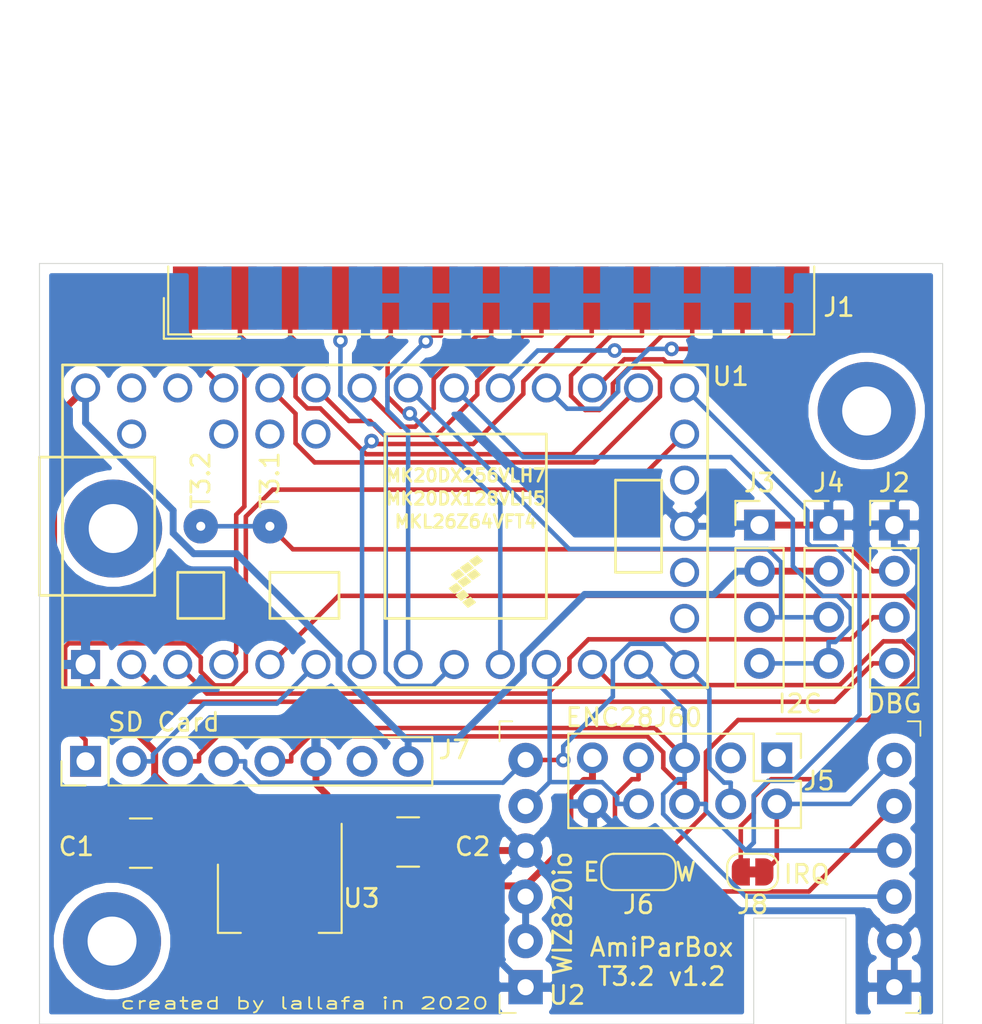
<source format=kicad_pcb>
(kicad_pcb (version 20171130) (host pcbnew "(5.1.5-0-10_14)")

  (general
    (thickness 1.6)
    (drawings 16)
    (tracks 355)
    (zones 0)
    (modules 16)
    (nets 48)
  )

  (page A4)
  (layers
    (0 F.Cu signal)
    (31 B.Cu signal)
    (32 B.Adhes user)
    (33 F.Adhes user)
    (34 B.Paste user)
    (35 F.Paste user)
    (36 B.SilkS user)
    (37 F.SilkS user)
    (38 B.Mask user)
    (39 F.Mask user)
    (40 Dwgs.User user hide)
    (41 Cmts.User user)
    (42 Eco1.User user)
    (43 Eco2.User user)
    (44 Edge.Cuts user)
    (45 Margin user)
    (46 B.CrtYd user)
    (47 F.CrtYd user)
    (48 B.Fab user)
    (49 F.Fab user hide)
  )

  (setup
    (last_trace_width 0.25)
    (user_trace_width 0.254)
    (user_trace_width 0.381)
    (user_trace_width 0.508)
    (trace_clearance 0.2)
    (zone_clearance 0.508)
    (zone_45_only no)
    (trace_min 0.2)
    (via_size 0.8)
    (via_drill 0.4)
    (via_min_size 0.4)
    (via_min_drill 0.3)
    (uvia_size 0.3)
    (uvia_drill 0.1)
    (uvias_allowed no)
    (uvia_min_size 0.2)
    (uvia_min_drill 0.1)
    (edge_width 0.05)
    (segment_width 0.2)
    (pcb_text_width 0.3)
    (pcb_text_size 1.5 1.5)
    (mod_edge_width 0.12)
    (mod_text_size 1 1)
    (mod_text_width 0.15)
    (pad_size 1.524 1.524)
    (pad_drill 0.762)
    (pad_to_mask_clearance 0.051)
    (solder_mask_min_width 0.25)
    (aux_axis_origin 0 0)
    (visible_elements FFFFFF7F)
    (pcbplotparams
      (layerselection 0x010fc_ffffffff)
      (usegerberextensions false)
      (usegerberattributes false)
      (usegerberadvancedattributes false)
      (creategerberjobfile false)
      (excludeedgelayer true)
      (linewidth 0.100000)
      (plotframeref false)
      (viasonmask false)
      (mode 1)
      (useauxorigin false)
      (hpglpennumber 1)
      (hpglpenspeed 20)
      (hpglpendiameter 15.000000)
      (psnegative false)
      (psa4output false)
      (plotreference true)
      (plotvalue true)
      (plotinvisibletext false)
      (padsonsilk false)
      (subtractmaskfromsilk false)
      (outputformat 1)
      (mirror false)
      (drillshape 0)
      (scaleselection 1)
      (outputdirectory "gerber/"))
  )

  (net 0 "")
  (net 1 GND)
  (net 2 VCC)
  (net 3 +3V3)
  (net 4 "Net-(J1-Pad16)")
  (net 5 "Net-(J1-Pad15)")
  (net 6 "Net-(J1-Pad14)")
  (net 7 /SEL)
  (net 8 /POUT)
  (net 9 /BUSY)
  (net 10 /ACK)
  (net 11 /DATA7)
  (net 12 /DATA6)
  (net 13 /DATA5)
  (net 14 /DATA4)
  (net 15 /DATA3)
  (net 16 /DATA2)
  (net 17 /DATA1)
  (net 18 /DATA0)
  (net 19 /STROBE)
  (net 20 /RXD)
  (net 21 /TXD)
  (net 22 /RST)
  (net 23 /SDA)
  (net 24 /SCL)
  (net 25 /EXT_RST)
  (net 26 /SS_ENC)
  (net 27 /SCLK)
  (net 28 /MOSI)
  (net 29 /MISO)
  (net 30 "Net-(J5-Pad3)")
  (net 31 /EN_INT)
  (net 32 "Net-(J5-Pad1)")
  (net 33 /SS0)
  (net 34 /SS_WIZ)
  (net 35 "Net-(J7-Pad7)")
  (net 36 /SS1)
  (net 37 /SD_DETECT)
  (net 38 /EXT_INT)
  (net 39 "Net-(U1-Pad37)")
  (net 40 "Net-(U1-Pad36)")
  (net 41 "Net-(U1-Pad35)")
  (net 42 "Net-(U1-Pad34)")
  (net 43 "Net-(U1-Pad32)")
  (net 44 "Net-(U1-Pad31)")
  (net 45 "Net-(U1-Pad15)")
  (net 46 "Net-(U1-Pad16)")
  (net 47 "Net-(U1-Pad18)")

  (net_class Default "Dies ist die voreingestellte Netzklasse."
    (clearance 0.2)
    (trace_width 0.25)
    (via_dia 0.8)
    (via_drill 0.4)
    (uvia_dia 0.3)
    (uvia_drill 0.1)
    (add_net +3V3)
    (add_net /ACK)
    (add_net /BUSY)
    (add_net /DATA0)
    (add_net /DATA1)
    (add_net /DATA2)
    (add_net /DATA3)
    (add_net /DATA4)
    (add_net /DATA5)
    (add_net /DATA6)
    (add_net /DATA7)
    (add_net /EN_INT)
    (add_net /EXT_INT)
    (add_net /EXT_RST)
    (add_net /MISO)
    (add_net /MOSI)
    (add_net /POUT)
    (add_net /RST)
    (add_net /RXD)
    (add_net /SCL)
    (add_net /SCLK)
    (add_net /SDA)
    (add_net /SD_DETECT)
    (add_net /SEL)
    (add_net /SS0)
    (add_net /SS1)
    (add_net /SS_ENC)
    (add_net /SS_WIZ)
    (add_net /STROBE)
    (add_net /TXD)
    (add_net GND)
    (add_net "Net-(J1-Pad14)")
    (add_net "Net-(J1-Pad15)")
    (add_net "Net-(J1-Pad16)")
    (add_net "Net-(J5-Pad1)")
    (add_net "Net-(J5-Pad3)")
    (add_net "Net-(J7-Pad7)")
    (add_net "Net-(U1-Pad15)")
    (add_net "Net-(U1-Pad16)")
    (add_net "Net-(U1-Pad18)")
    (add_net "Net-(U1-Pad31)")
    (add_net "Net-(U1-Pad32)")
    (add_net "Net-(U1-Pad34)")
    (add_net "Net-(U1-Pad35)")
    (add_net "Net-(U1-Pad36)")
    (add_net "Net-(U1-Pad37)")
    (add_net VCC)
  )

  (net_class Power ""
    (clearance 0.2)
    (trace_width 0.381)
    (via_dia 0.8)
    (via_drill 0.4)
    (uvia_dia 0.3)
    (uvia_drill 0.1)
  )

  (module MountingHole:MountingHole_2.7mm_M2.5_Pad (layer F.Cu) (tedit 56D1B4CB) (tstamp 5E16378B)
    (at 117.856 78.867)
    (descr "Mounting Hole 2.7mm, M2.5")
    (tags "mounting hole 2.7mm m2.5")
    (path /5E33DE96)
    (attr virtual)
    (fp_text reference H3 (at 0 -3.7) (layer F.SilkS) hide
      (effects (font (size 1 1) (thickness 0.15)))
    )
    (fp_text value MountingHole (at 0 3.7) (layer F.Fab) hide
      (effects (font (size 1 1) (thickness 0.15)))
    )
    (fp_circle (center 0 0) (end 2.95 0) (layer F.CrtYd) (width 0.05))
    (fp_circle (center 0 0) (end 2.7 0) (layer Cmts.User) (width 0.15))
    (fp_text user %R (at 0.3 0) (layer F.Fab) hide
      (effects (font (size 1 1) (thickness 0.15)))
    )
    (pad 1 thru_hole circle (at 0 0) (size 5.4 5.4) (drill 2.7) (layers *.Cu *.Mask))
  )

  (module Package_TO_SOT_SMD:SOT-223-3_TabPin2 (layer F.Cu) (tedit 5A02FF57) (tstamp 5E15253C)
    (at 127.038 99.2385 270)
    (descr "module CMS SOT223 4 pins")
    (tags "CMS SOT")
    (path /5E192A6C)
    (attr smd)
    (fp_text reference U3 (at 0 -4.5 180) (layer F.SilkS)
      (effects (font (size 1 1) (thickness 0.15)))
    )
    (fp_text value LM1117-3.3 (at 0 4.5 90) (layer F.Fab)
      (effects (font (size 1 1) (thickness 0.15)))
    )
    (fp_line (start 1.85 -3.35) (end 1.85 3.35) (layer F.Fab) (width 0.1))
    (fp_line (start -1.85 3.35) (end 1.85 3.35) (layer F.Fab) (width 0.1))
    (fp_line (start -4.1 -3.41) (end 1.91 -3.41) (layer F.SilkS) (width 0.12))
    (fp_line (start -0.85 -3.35) (end 1.85 -3.35) (layer F.Fab) (width 0.1))
    (fp_line (start -1.85 3.41) (end 1.91 3.41) (layer F.SilkS) (width 0.12))
    (fp_line (start -1.85 -2.35) (end -1.85 3.35) (layer F.Fab) (width 0.1))
    (fp_line (start -1.85 -2.35) (end -0.85 -3.35) (layer F.Fab) (width 0.1))
    (fp_line (start -4.4 -3.6) (end -4.4 3.6) (layer F.CrtYd) (width 0.05))
    (fp_line (start -4.4 3.6) (end 4.4 3.6) (layer F.CrtYd) (width 0.05))
    (fp_line (start 4.4 3.6) (end 4.4 -3.6) (layer F.CrtYd) (width 0.05))
    (fp_line (start 4.4 -3.6) (end -4.4 -3.6) (layer F.CrtYd) (width 0.05))
    (fp_line (start 1.91 -3.41) (end 1.91 -2.15) (layer F.SilkS) (width 0.12))
    (fp_line (start 1.91 3.41) (end 1.91 2.15) (layer F.SilkS) (width 0.12))
    (fp_text user %R (at 0 0) (layer F.Fab)
      (effects (font (size 0.8 0.8) (thickness 0.12)))
    )
    (pad 1 smd rect (at -3.15 -2.3 270) (size 2 1.5) (layers F.Cu F.Paste F.Mask)
      (net 1 GND))
    (pad 3 smd rect (at -3.15 2.3 270) (size 2 1.5) (layers F.Cu F.Paste F.Mask)
      (net 2 VCC))
    (pad 2 smd rect (at -3.15 0 270) (size 2 1.5) (layers F.Cu F.Paste F.Mask)
      (net 3 +3V3))
    (pad 2 smd rect (at 3.15 0 270) (size 2 3.8) (layers F.Cu F.Paste F.Mask)
      (net 3 +3V3))
    (model ${KISYS3DMOD}/Package_TO_SOT_SMD.3dshapes/SOT-223.wrl
      (at (xyz 0 0 0))
      (scale (xyz 1 1 1))
      (rotate (xyz 0 0 0))
    )
  )

  (module Capacitor_SMD:C_1210_3225Metric_Pad1.42x2.65mm_HandSolder (layer F.Cu) (tedit 5B301BBE) (tstamp 5E152507)
    (at 134.112 96.139)
    (descr "Capacitor SMD 1210 (3225 Metric), square (rectangular) end terminal, IPC_7351 nominal with elongated pad for handsoldering. (Body size source: http://www.tortai-tech.com/upload/download/2011102023233369053.pdf), generated with kicad-footprint-generator")
    (tags "capacitor handsolder")
    (path /5E1A1831)
    (attr smd)
    (fp_text reference C2 (at 3.556 0.254) (layer F.SilkS)
      (effects (font (size 1 1) (thickness 0.15)))
    )
    (fp_text value 100u (at 0 2.28) (layer F.Fab)
      (effects (font (size 1 1) (thickness 0.15)))
    )
    (fp_text user %R (at 0 0) (layer F.Fab)
      (effects (font (size 0.8 0.8) (thickness 0.12)))
    )
    (fp_line (start 2.45 1.58) (end -2.45 1.58) (layer F.CrtYd) (width 0.05))
    (fp_line (start 2.45 -1.58) (end 2.45 1.58) (layer F.CrtYd) (width 0.05))
    (fp_line (start -2.45 -1.58) (end 2.45 -1.58) (layer F.CrtYd) (width 0.05))
    (fp_line (start -2.45 1.58) (end -2.45 -1.58) (layer F.CrtYd) (width 0.05))
    (fp_line (start -0.602064 1.36) (end 0.602064 1.36) (layer F.SilkS) (width 0.12))
    (fp_line (start -0.602064 -1.36) (end 0.602064 -1.36) (layer F.SilkS) (width 0.12))
    (fp_line (start 1.6 1.25) (end -1.6 1.25) (layer F.Fab) (width 0.1))
    (fp_line (start 1.6 -1.25) (end 1.6 1.25) (layer F.Fab) (width 0.1))
    (fp_line (start -1.6 -1.25) (end 1.6 -1.25) (layer F.Fab) (width 0.1))
    (fp_line (start -1.6 1.25) (end -1.6 -1.25) (layer F.Fab) (width 0.1))
    (pad 2 smd roundrect (at 1.4875 0) (size 1.425 2.65) (layers F.Cu F.Paste F.Mask) (roundrect_rratio 0.175439)
      (net 1 GND))
    (pad 1 smd roundrect (at -1.4875 0) (size 1.425 2.65) (layers F.Cu F.Paste F.Mask) (roundrect_rratio 0.175439)
      (net 3 +3V3))
    (model ${KISYS3DMOD}/Capacitor_SMD.3dshapes/C_1210_3225Metric.wrl
      (at (xyz 0 0 0))
      (scale (xyz 1 1 1))
      (rotate (xyz 0 0 0))
    )
  )

  (module Capacitor_SMD:C_1210_3225Metric_Pad1.42x2.65mm_HandSolder (layer F.Cu) (tedit 5B301BBE) (tstamp 5E15283B)
    (at 119.38 96.2025)
    (descr "Capacitor SMD 1210 (3225 Metric), square (rectangular) end terminal, IPC_7351 nominal with elongated pad for handsoldering. (Body size source: http://www.tortai-tech.com/upload/download/2011102023233369053.pdf), generated with kicad-footprint-generator")
    (tags "capacitor handsolder")
    (path /5E1A0D7F)
    (attr smd)
    (fp_text reference C1 (at -3.556 0.1905) (layer F.SilkS)
      (effects (font (size 1 1) (thickness 0.15)))
    )
    (fp_text value 100u (at 0 2.28) (layer F.Fab)
      (effects (font (size 1 1) (thickness 0.15)))
    )
    (fp_text user %R (at 0 0) (layer F.Fab)
      (effects (font (size 0.8 0.8) (thickness 0.12)))
    )
    (fp_line (start 2.45 1.58) (end -2.45 1.58) (layer F.CrtYd) (width 0.05))
    (fp_line (start 2.45 -1.58) (end 2.45 1.58) (layer F.CrtYd) (width 0.05))
    (fp_line (start -2.45 -1.58) (end 2.45 -1.58) (layer F.CrtYd) (width 0.05))
    (fp_line (start -2.45 1.58) (end -2.45 -1.58) (layer F.CrtYd) (width 0.05))
    (fp_line (start -0.602064 1.36) (end 0.602064 1.36) (layer F.SilkS) (width 0.12))
    (fp_line (start -0.602064 -1.36) (end 0.602064 -1.36) (layer F.SilkS) (width 0.12))
    (fp_line (start 1.6 1.25) (end -1.6 1.25) (layer F.Fab) (width 0.1))
    (fp_line (start 1.6 -1.25) (end 1.6 1.25) (layer F.Fab) (width 0.1))
    (fp_line (start -1.6 -1.25) (end 1.6 -1.25) (layer F.Fab) (width 0.1))
    (fp_line (start -1.6 1.25) (end -1.6 -1.25) (layer F.Fab) (width 0.1))
    (pad 2 smd roundrect (at 1.4875 0) (size 1.425 2.65) (layers F.Cu F.Paste F.Mask) (roundrect_rratio 0.175439)
      (net 1 GND))
    (pad 1 smd roundrect (at -1.4875 0) (size 1.425 2.65) (layers F.Cu F.Paste F.Mask) (roundrect_rratio 0.175439)
      (net 2 VCC))
    (model ${KISYS3DMOD}/Capacitor_SMD.3dshapes/C_1210_3225Metric.wrl
      (at (xyz 0 0 0))
      (scale (xyz 1 1 1))
      (rotate (xyz 0 0 0))
    )
  )

  (module digikey-footprints:Mag_Jack_Module_WIZ820IO (layer F.Cu) (tedit 5E0E6BAF) (tstamp 5E15188A)
    (at 150.749 97.88 180)
    (descr http://wiznethome.cafe24.com/wp-content/uploads/wiznethome/Network%20Module/WIZ820io/Document/WIZ820io_User_Manual_V1.0.pdf)
    (path /5E16229A)
    (fp_text reference U2 (at 7.874 -6.7045) (layer F.SilkS)
      (effects (font (size 1 1) (thickness 0.15)))
    )
    (fp_text value WIZ820IO (at 0 9.94) (layer F.Fab)
      (effects (font (size 1 1) (thickness 0.15)))
    )
    (fp_line (start -11.5 8.25) (end 11.5 8.25) (layer F.Fab) (width 0.1))
    (fp_line (start -11.5 -7.54) (end -11.5 8.25) (layer F.Fab) (width 0.1))
    (fp_line (start 11.5 -7.54) (end 11.5 8.25) (layer F.Fab) (width 0.1))
    (fp_line (start -11.5 -7.54) (end 11.5 -7.54) (layer F.Fab) (width 0.1))
    (fp_text user %R (at 0 0) (layer F.Fab)
      (effects (font (size 1 1) (thickness 0.15)))
    )
    (fp_line (start -11.6 -7.68) (end -11.6 -6.78) (layer F.SilkS) (width 0.1))
    (fp_line (start -10.8 -7.68) (end -11.6 -7.68) (layer F.SilkS) (width 0.1))
    (fp_line (start 11.6 -7.68) (end 11.6 -6.68) (layer F.SilkS) (width 0.1))
    (fp_line (start 10.7 -7.68) (end 11.6 -7.68) (layer F.SilkS) (width 0.1))
    (fp_line (start 11.6 8.39) (end 11.6 7.29) (layer F.SilkS) (width 0.1))
    (fp_line (start 10.9 8.39) (end 11.6 8.39) (layer F.SilkS) (width 0.1))
    (fp_line (start -11.6 8.39) (end -10.9 8.39) (layer F.SilkS) (width 0.1))
    (fp_line (start -11.6 7.59) (end -11.6 8.39) (layer F.SilkS) (width 0.1))
    (fp_line (start -11.75 -7.83) (end -11.75 8.5344) (layer F.CrtYd) (width 0.05))
    (fp_line (start -11.75 8.49) (end 11.75 8.49) (layer F.CrtYd) (width 0.05))
    (fp_line (start -11.75 8.44) (end -11.75 8.49) (layer F.CrtYd) (width 0.05))
    (fp_line (start 11.75 8.49) (end 11.75 -7.83) (layer F.CrtYd) (width 0.05))
    (fp_line (start 11.75 8.49) (end 11.75 8.39) (layer F.CrtYd) (width 0.05))
    (fp_line (start 11.75 -7.83) (end 11.75 -7.63) (layer F.CrtYd) (width 0.05))
    (fp_line (start -11.75 -7.83) (end 11.75 -7.83) (layer F.CrtYd) (width 0.05))
    (fp_line (start -11.75 -7.63) (end -11.75 -7.83) (layer F.CrtYd) (width 0.05))
    (pad J2-6 thru_hole circle (at 10.16 6.26 180) (size 1.89 1.89) (drill 0.89) (layers *.Cu *.Mask)
      (net 29 /MISO))
    (pad J2-5 thru_hole circle (at 10.16 3.72 180) (size 1.89 1.89) (drill 0.89) (layers *.Cu *.Mask)
      (net 25 /EXT_RST))
    (pad J2-4 thru_hole circle (at 10.16 1.27 180) (size 1.89 1.89) (drill 0.89) (layers *.Cu *.Mask)
      (net 1 GND))
    (pad J2-3 thru_hole circle (at 10.16 -1.27 180) (size 1.89 1.89) (drill 0.89) (layers *.Cu *.Mask)
      (net 3 +3V3))
    (pad J2-2 thru_hole circle (at 10.16 -3.72 180) (size 1.89 1.89) (drill 0.89) (layers *.Cu *.Mask)
      (net 3 +3V3))
    (pad J1-6 thru_hole circle (at -10.16 6.26 180) (size 1.89 1.89) (drill 0.89) (layers *.Cu *.Mask)
      (net 31 /EN_INT))
    (pad J1-5 thru_hole circle (at -10.16 3.72 180) (size 1.89 1.89) (drill 0.89) (layers *.Cu *.Mask)
      (net 34 /SS_WIZ))
    (pad J1-4 thru_hole circle (at -10.16 1.27 180) (size 1.89 1.89) (drill 0.89) (layers *.Cu *.Mask)
      (net 27 /SCLK))
    (pad J1-3 thru_hole circle (at -10.16 -1.27 180) (size 1.89 1.89) (drill 0.89) (layers *.Cu *.Mask)
      (net 28 /MOSI))
    (pad J1-2 thru_hole circle (at -10.16 -3.72 180) (size 1.89 1.89) (drill 0.89) (layers *.Cu *.Mask)
      (net 1 GND))
    (pad J2-1 thru_hole rect (at 10.16 -6.26 180) (size 1.89 1.89) (drill 0.89) (layers *.Cu *.Mask)
      (net 1 GND))
    (pad J1-1 thru_hole rect (at -10.16 -6.26 180) (size 1.89 1.89) (drill 0.89) (layers *.Cu *.Mask)
      (net 1 GND))
  )

  (module teensy:Teensy30_31_32_LC (layer F.Cu) (tedit 5D5216D8) (tstamp 5E151B74)
    (at 132.842 78.74)
    (path /5E163C6F)
    (fp_text reference U1 (at 19.05 -8.255) (layer F.SilkS)
      (effects (font (size 1 1) (thickness 0.15)))
    )
    (fp_text value Teensy3.2 (at 0 10.16) (layer F.Fab)
      (effects (font (size 1 1) (thickness 0.15)))
    )
    (fp_text user MK20DX128VLH5 (at 4.445 -1.524) (layer F.SilkS)
      (effects (font (size 0.7 0.7) (thickness 0.15)))
    )
    (fp_text user MKL26Z64VFT4 (at 4.445 -0.254) (layer F.SilkS)
      (effects (font (size 0.7 0.7) (thickness 0.15)))
    )
    (fp_text user MK20DX256VLH7 (at 4.445 -2.794) (layer F.SilkS)
      (effects (font (size 0.7 0.7) (thickness 0.15)))
    )
    (fp_poly (pts (xy 4.826 2.921) (xy 4.572 2.667) (xy 4.953 2.413) (xy 5.207 2.667)) (layer F.SilkS) (width 0.1))
    (fp_poly (pts (xy 3.81 3.683) (xy 3.556 3.429) (xy 3.937 3.175) (xy 4.191 3.429)) (layer F.SilkS) (width 0.1))
    (fp_poly (pts (xy 4.572 4.445) (xy 4.318 4.191) (xy 4.699 3.937) (xy 4.953 4.191)) (layer F.SilkS) (width 0.1))
    (fp_poly (pts (xy 4.445 2.54) (xy 4.191 2.286) (xy 4.572 2.032) (xy 4.826 2.286)) (layer F.SilkS) (width 0.1))
    (fp_poly (pts (xy 4.191 4.064) (xy 3.937 3.81) (xy 4.318 3.556) (xy 4.572 3.81)) (layer F.SilkS) (width 0.1))
    (fp_poly (pts (xy 4.953 2.159) (xy 4.699 1.905) (xy 5.08 1.651) (xy 5.334 1.905)) (layer F.SilkS) (width 0.1))
    (fp_poly (pts (xy 4.318 3.302) (xy 4.064 3.048) (xy 4.445 2.794) (xy 4.699 3.048)) (layer F.SilkS) (width 0.1))
    (fp_poly (pts (xy 3.937 2.921) (xy 3.683 2.667) (xy 4.064 2.413) (xy 4.318 2.667)) (layer F.SilkS) (width 0.1))
    (fp_line (start -17.78 8.89) (end -17.78 -8.89) (layer F.SilkS) (width 0.15))
    (fp_line (start 17.78 8.89) (end -17.78 8.89) (layer F.SilkS) (width 0.15))
    (fp_line (start 17.78 -8.89) (end 17.78 8.89) (layer F.SilkS) (width 0.15))
    (fp_line (start -17.78 -8.89) (end 17.78 -8.89) (layer F.SilkS) (width 0.15))
    (fp_line (start 8.89 5.08) (end 0 5.08) (layer F.SilkS) (width 0.15))
    (fp_line (start 8.89 -5.08) (end 0 -5.08) (layer F.SilkS) (width 0.15))
    (fp_line (start 0 -5.08) (end 0 5.08) (layer F.SilkS) (width 0.15))
    (fp_line (start 8.89 5.08) (end 8.89 -5.08) (layer F.SilkS) (width 0.15))
    (fp_line (start 12.7 -2.54) (end 15.24 -2.54) (layer F.SilkS) (width 0.15))
    (fp_line (start 12.7 2.54) (end 12.7 -2.54) (layer F.SilkS) (width 0.15))
    (fp_line (start 15.24 2.54) (end 12.7 2.54) (layer F.SilkS) (width 0.15))
    (fp_line (start 15.24 -2.54) (end 15.24 2.54) (layer F.SilkS) (width 0.15))
    (fp_line (start -11.43 2.54) (end -11.43 5.08) (layer F.SilkS) (width 0.15))
    (fp_line (start -8.89 2.54) (end -11.43 2.54) (layer F.SilkS) (width 0.15))
    (fp_line (start -8.89 5.08) (end -8.89 2.54) (layer F.SilkS) (width 0.15))
    (fp_line (start -11.43 5.08) (end -8.89 5.08) (layer F.SilkS) (width 0.15))
    (fp_line (start -12.7 3.81) (end -17.78 3.81) (layer F.SilkS) (width 0.15))
    (fp_line (start -12.7 -3.81) (end -17.78 -3.81) (layer F.SilkS) (width 0.15))
    (fp_line (start -12.7 3.81) (end -12.7 -3.81) (layer F.SilkS) (width 0.15))
    (fp_line (start -6.35 2.54) (end -6.35 5.08) (layer F.SilkS) (width 0.15))
    (fp_line (start -2.54 2.54) (end -6.35 2.54) (layer F.SilkS) (width 0.15))
    (fp_line (start -2.54 5.08) (end -2.54 2.54) (layer F.SilkS) (width 0.15))
    (fp_line (start -6.35 5.08) (end -2.54 5.08) (layer F.SilkS) (width 0.15))
    (fp_line (start -19.05 -3.81) (end -17.78 -3.81) (layer F.SilkS) (width 0.15))
    (fp_line (start -19.05 3.81) (end -19.05 -3.81) (layer F.SilkS) (width 0.15))
    (fp_line (start -17.78 3.81) (end -19.05 3.81) (layer F.SilkS) (width 0.15))
    (fp_text user T3.1 (at -6.35 -2.54 90) (layer F.SilkS)
      (effects (font (size 1 1) (thickness 0.15)))
    )
    (fp_text user T3.2 (at -10.16 -2.54 90) (layer F.SilkS)
      (effects (font (size 1 1) (thickness 0.15)))
    )
    (pad 52 thru_hole circle (at -10.16 0) (size 1.9 1.9) (drill 0.5) (layers *.Cu *.Mask)
      (net 22 /RST))
    (pad 52 thru_hole circle (at -6.35 0) (size 1.9 1.9) (drill 0.5) (layers *.Cu *.Mask)
      (net 22 /RST))
    (pad 1 thru_hole rect (at -16.51 7.62) (size 1.6 1.6) (drill 1.1) (layers *.Cu *.Mask)
      (net 1 GND))
    (pad 2 thru_hole circle (at -13.97 7.62) (size 1.6 1.6) (drill 1.1) (layers *.Cu *.Mask)
      (net 20 /RXD))
    (pad 3 thru_hole circle (at -11.43 7.62) (size 1.6 1.6) (drill 1.1) (layers *.Cu *.Mask)
      (net 21 /TXD))
    (pad 4 thru_hole circle (at -8.89 7.62) (size 1.6 1.6) (drill 1.1) (layers *.Cu *.Mask)
      (net 18 /DATA0))
    (pad 5 thru_hole circle (at -6.35 7.62) (size 1.6 1.6) (drill 1.1) (layers *.Cu *.Mask)
      (net 38 /EXT_INT))
    (pad 6 thru_hole circle (at -3.81 7.62) (size 1.6 1.6) (drill 1.1) (layers *.Cu *.Mask)
      (net 36 /SS1))
    (pad 7 thru_hole circle (at -1.27 7.62) (size 1.6 1.6) (drill 1.1) (layers *.Cu *.Mask)
      (net 11 /DATA7))
    (pad 8 thru_hole circle (at 1.27 7.62) (size 1.6 1.6) (drill 1.1) (layers *.Cu *.Mask)
      (net 14 /DATA4))
    (pad 9 thru_hole circle (at 3.81 7.62) (size 1.6 1.6) (drill 1.1) (layers *.Cu *.Mask)
      (net 16 /DATA2))
    (pad 10 thru_hole circle (at 6.35 7.62) (size 1.6 1.6) (drill 1.1) (layers *.Cu *.Mask)
      (net 15 /DATA3))
    (pad 11 thru_hole circle (at 8.89 7.62) (size 1.6 1.6) (drill 1.1) (layers *.Cu *.Mask)
      (net 25 /EXT_RST))
    (pad 12 thru_hole circle (at 11.43 7.62) (size 1.6 1.6) (drill 1.1) (layers *.Cu *.Mask)
      (net 33 /SS0))
    (pad 13 thru_hole circle (at 13.97 7.62) (size 1.6 1.6) (drill 1.1) (layers *.Cu *.Mask)
      (net 28 /MOSI))
    (pad 37 thru_hole circle (at -3.81 -5.08) (size 1.6 1.6) (drill 1.1) (layers *.Cu *.Mask)
      (net 39 "Net-(U1-Pad37)"))
    (pad 36 thru_hole circle (at -6.35 -5.08) (size 1.6 1.6) (drill 1.1) (layers *.Cu *.Mask)
      (net 40 "Net-(U1-Pad36)"))
    (pad 35 thru_hole circle (at -8.89 -5.08) (size 1.6 1.6) (drill 1.1) (layers *.Cu *.Mask)
      (net 41 "Net-(U1-Pad35)"))
    (pad 34 thru_hole circle (at -13.97 -5.08) (size 1.6 1.6) (drill 1.1) (layers *.Cu *.Mask)
      (net 42 "Net-(U1-Pad34)"))
    (pad 33 thru_hole circle (at -16.51 -7.62) (size 1.6 1.6) (drill 1.1) (layers *.Cu *.Mask)
      (net 2 VCC))
    (pad 32 thru_hole circle (at -13.97 -7.62) (size 1.6 1.6) (drill 1.1) (layers *.Cu *.Mask)
      (net 43 "Net-(U1-Pad32)"))
    (pad 31 thru_hole circle (at -11.43 -7.62) (size 1.6 1.6) (drill 1.1) (layers *.Cu *.Mask)
      (net 44 "Net-(U1-Pad31)"))
    (pad 30 thru_hole circle (at -8.89 -7.62) (size 1.6 1.6) (drill 1.1) (layers *.Cu *.Mask)
      (net 19 /STROBE))
    (pad 29 thru_hole circle (at -6.35 -7.62) (size 1.6 1.6) (drill 1.1) (layers *.Cu *.Mask)
      (net 10 /ACK))
    (pad 28 thru_hole circle (at -3.81 -7.62) (size 1.6 1.6) (drill 1.1) (layers *.Cu *.Mask)
      (net 12 /DATA6))
    (pad 27 thru_hole circle (at -1.27 -7.62) (size 1.6 1.6) (drill 1.1) (layers *.Cu *.Mask)
      (net 13 /DATA5))
    (pad 26 thru_hole circle (at 1.27 -7.62) (size 1.6 1.6) (drill 1.1) (layers *.Cu *.Mask)
      (net 24 /SCL))
    (pad 25 thru_hole circle (at 3.81 -7.62) (size 1.6 1.6) (drill 1.1) (layers *.Cu *.Mask)
      (net 23 /SDA))
    (pad 24 thru_hole circle (at 6.35 -7.62) (size 1.6 1.6) (drill 1.1) (layers *.Cu *.Mask)
      (net 9 /BUSY))
    (pad 23 thru_hole circle (at 8.89 -7.62) (size 1.6 1.6) (drill 1.1) (layers *.Cu *.Mask)
      (net 8 /POUT))
    (pad 22 thru_hole circle (at 11.43 -7.62) (size 1.6 1.6) (drill 1.1) (layers *.Cu *.Mask)
      (net 7 /SEL))
    (pad 21 thru_hole circle (at 13.97 -7.62) (size 1.6 1.6) (drill 1.1) (layers *.Cu *.Mask)
      (net 17 /DATA1))
    (pad 14 thru_hole circle (at 16.51 7.62) (size 1.6 1.6) (drill 1.1) (layers *.Cu *.Mask)
      (net 29 /MISO))
    (pad 15 thru_hole circle (at 16.51 5.08) (size 1.6 1.6) (drill 1.1) (layers *.Cu *.Mask)
      (net 45 "Net-(U1-Pad15)"))
    (pad 16 thru_hole circle (at 16.51 2.54) (size 1.6 1.6) (drill 1.1) (layers *.Cu *.Mask)
      (net 46 "Net-(U1-Pad16)"))
    (pad 20 thru_hole circle (at 16.51 -7.62) (size 1.6 1.6) (drill 1.1) (layers *.Cu *.Mask)
      (net 27 /SCLK))
    (pad 19 thru_hole circle (at 16.51 -5.08) (size 1.6 1.6) (drill 1.1) (layers *.Cu *.Mask)
      (net 37 /SD_DETECT))
    (pad 18 thru_hole circle (at 16.51 -2.54) (size 1.6 1.6) (drill 1.1) (layers *.Cu *.Mask)
      (net 47 "Net-(U1-Pad18)"))
    (pad 17 thru_hole circle (at 16.51 0) (size 1.6 1.6) (drill 1.1) (layers *.Cu *.Mask)
      (net 1 GND))
  )

  (module Jumper:SolderJumper-2_P1.3mm_Bridged_RoundedPad1.0x1.5mm (layer F.Cu) (tedit 5C745284) (tstamp 5E151963)
    (at 153.098 97.79 180)
    (descr "SMD Solder Jumper, 1x1.5mm, rounded Pads, 0.3mm gap, bridged with 1 copper strip")
    (tags "solder jumper open")
    (path /5E2E4788)
    (attr virtual)
    (fp_text reference J8 (at 0 -1.8) (layer F.SilkS)
      (effects (font (size 1 1) (thickness 0.15)))
    )
    (fp_text value EN_EXT_INT (at 0 1.9) (layer F.Fab)
      (effects (font (size 1 1) (thickness 0.15)))
    )
    (fp_poly (pts (xy 0.25 -0.3) (xy -0.25 -0.3) (xy -0.25 0.3) (xy 0.25 0.3)) (layer F.Cu) (width 0))
    (fp_line (start 1.65 1.25) (end -1.65 1.25) (layer F.CrtYd) (width 0.05))
    (fp_line (start 1.65 1.25) (end 1.65 -1.25) (layer F.CrtYd) (width 0.05))
    (fp_line (start -1.65 -1.25) (end -1.65 1.25) (layer F.CrtYd) (width 0.05))
    (fp_line (start -1.65 -1.25) (end 1.65 -1.25) (layer F.CrtYd) (width 0.05))
    (fp_line (start -0.7 -1) (end 0.7 -1) (layer F.SilkS) (width 0.12))
    (fp_line (start 1.4 -0.3) (end 1.4 0.3) (layer F.SilkS) (width 0.12))
    (fp_line (start 0.7 1) (end -0.7 1) (layer F.SilkS) (width 0.12))
    (fp_line (start -1.4 0.3) (end -1.4 -0.3) (layer F.SilkS) (width 0.12))
    (fp_arc (start -0.7 -0.3) (end -0.7 -1) (angle -90) (layer F.SilkS) (width 0.12))
    (fp_arc (start -0.7 0.3) (end -1.4 0.3) (angle -90) (layer F.SilkS) (width 0.12))
    (fp_arc (start 0.7 0.3) (end 0.7 1) (angle -90) (layer F.SilkS) (width 0.12))
    (fp_arc (start 0.7 -0.3) (end 1.4 -0.3) (angle -90) (layer F.SilkS) (width 0.12))
    (pad 1 smd custom (at -0.65 0 180) (size 1 0.5) (layers F.Cu F.Mask)
      (net 31 /EN_INT) (zone_connect 2)
      (options (clearance outline) (anchor rect))
      (primitives
        (gr_circle (center 0 0.25) (end 0.5 0.25) (width 0))
        (gr_circle (center 0 -0.25) (end 0.5 -0.25) (width 0))
        (gr_poly (pts
           (xy 0 -0.75) (xy 0.5 -0.75) (xy 0.5 0.75) (xy 0 0.75)) (width 0))
      ))
    (pad 2 smd custom (at 0.65 0 180) (size 1 0.5) (layers F.Cu F.Mask)
      (net 38 /EXT_INT) (zone_connect 2)
      (options (clearance outline) (anchor rect))
      (primitives
        (gr_circle (center 0 0.25) (end 0.5 0.25) (width 0))
        (gr_circle (center 0 -0.25) (end 0.5 -0.25) (width 0))
        (gr_poly (pts
           (xy 0 -0.75) (xy -0.5 -0.75) (xy -0.5 0.75) (xy 0 0.75)) (width 0))
      ))
  )

  (module Connector_PinHeader_2.54mm:PinHeader_1x08_P2.54mm_Vertical (layer F.Cu) (tedit 59FED5CC) (tstamp 5E1525B8)
    (at 116.332 91.694 90)
    (descr "Through hole straight pin header, 1x08, 2.54mm pitch, single row")
    (tags "Through hole pin header THT 1x08 2.54mm single row")
    (path /5E13AF4F)
    (fp_text reference J7 (at 0.635 20.32 180) (layer F.SilkS)
      (effects (font (size 1 1) (thickness 0.15)))
    )
    (fp_text value "SD Card Breakout" (at 0 20.11 90) (layer F.Fab)
      (effects (font (size 1 1) (thickness 0.15)))
    )
    (fp_text user %R (at 0 8.89) (layer F.Fab)
      (effects (font (size 1 1) (thickness 0.15)))
    )
    (fp_line (start 1.8 -1.8) (end -1.8 -1.8) (layer F.CrtYd) (width 0.05))
    (fp_line (start 1.8 19.55) (end 1.8 -1.8) (layer F.CrtYd) (width 0.05))
    (fp_line (start -1.8 19.55) (end 1.8 19.55) (layer F.CrtYd) (width 0.05))
    (fp_line (start -1.8 -1.8) (end -1.8 19.55) (layer F.CrtYd) (width 0.05))
    (fp_line (start -1.33 -1.33) (end 0 -1.33) (layer F.SilkS) (width 0.12))
    (fp_line (start -1.33 0) (end -1.33 -1.33) (layer F.SilkS) (width 0.12))
    (fp_line (start -1.33 1.27) (end 1.33 1.27) (layer F.SilkS) (width 0.12))
    (fp_line (start 1.33 1.27) (end 1.33 19.11) (layer F.SilkS) (width 0.12))
    (fp_line (start -1.33 1.27) (end -1.33 19.11) (layer F.SilkS) (width 0.12))
    (fp_line (start -1.33 19.11) (end 1.33 19.11) (layer F.SilkS) (width 0.12))
    (fp_line (start -1.27 -0.635) (end -0.635 -1.27) (layer F.Fab) (width 0.1))
    (fp_line (start -1.27 19.05) (end -1.27 -0.635) (layer F.Fab) (width 0.1))
    (fp_line (start 1.27 19.05) (end -1.27 19.05) (layer F.Fab) (width 0.1))
    (fp_line (start 1.27 -1.27) (end 1.27 19.05) (layer F.Fab) (width 0.1))
    (fp_line (start -0.635 -1.27) (end 1.27 -1.27) (layer F.Fab) (width 0.1))
    (pad 8 thru_hole oval (at 0 17.78 90) (size 1.7 1.7) (drill 1) (layers *.Cu *.Mask)
      (net 2 VCC))
    (pad 7 thru_hole oval (at 0 15.24 90) (size 1.7 1.7) (drill 1) (layers *.Cu *.Mask)
      (net 35 "Net-(J7-Pad7)"))
    (pad 6 thru_hole oval (at 0 12.7 90) (size 1.7 1.7) (drill 1) (layers *.Cu *.Mask)
      (net 1 GND))
    (pad 5 thru_hole oval (at 0 10.16 90) (size 1.7 1.7) (drill 1) (layers *.Cu *.Mask)
      (net 27 /SCLK))
    (pad 4 thru_hole oval (at 0 7.62 90) (size 1.7 1.7) (drill 1) (layers *.Cu *.Mask)
      (net 29 /MISO))
    (pad 3 thru_hole oval (at 0 5.08 90) (size 1.7 1.7) (drill 1) (layers *.Cu *.Mask)
      (net 28 /MOSI))
    (pad 2 thru_hole oval (at 0 2.54 90) (size 1.7 1.7) (drill 1) (layers *.Cu *.Mask)
      (net 36 /SS1))
    (pad 1 thru_hole rect (at 0 0 90) (size 1.7 1.7) (drill 1) (layers *.Cu *.Mask)
      (net 37 /SD_DETECT))
    (model ${KISYS3DMOD}/Connector_PinHeader_2.54mm.3dshapes/PinHeader_1x08_P2.54mm_Vertical.wrl
      (at (xyz 0 0 0))
      (scale (xyz 1 1 1))
      (rotate (xyz 0 0 0))
    )
  )

  (module Jumper:SolderJumper-3_P1.3mm_Open_RoundedPad1.0x1.5mm_NumberLabels (layer F.Cu) (tedit 5B391ED1) (tstamp 5E14FC7D)
    (at 146.812 97.79 180)
    (descr "SMD Solder 3-pad Jumper, 1x1.5mm rounded Pads, 0.3mm gap, open, labeled with numbers")
    (tags "solder jumper open")
    (path /5E295C8C)
    (attr virtual)
    (fp_text reference J6 (at 0 -1.8) (layer F.SilkS)
      (effects (font (size 1 1) (thickness 0.15)))
    )
    (fp_text value "NET Select" (at 0 1.9) (layer F.Fab)
      (effects (font (size 1 1) (thickness 0.15)))
    )
    (fp_arc (start -1.35 -0.3) (end -1.35 -1) (angle -90) (layer F.SilkS) (width 0.12))
    (fp_arc (start -1.35 0.3) (end -2.05 0.3) (angle -90) (layer F.SilkS) (width 0.12))
    (fp_arc (start 1.35 0.3) (end 1.35 1) (angle -90) (layer F.SilkS) (width 0.12))
    (fp_arc (start 1.35 -0.3) (end 2.05 -0.3) (angle -90) (layer F.SilkS) (width 0.12))
    (fp_line (start 2.3 1.25) (end -2.3 1.25) (layer F.CrtYd) (width 0.05))
    (fp_line (start 2.3 1.25) (end 2.3 -1.25) (layer F.CrtYd) (width 0.05))
    (fp_line (start -2.3 -1.25) (end -2.3 1.25) (layer F.CrtYd) (width 0.05))
    (fp_line (start -2.3 -1.25) (end 2.3 -1.25) (layer F.CrtYd) (width 0.05))
    (fp_line (start -1.4 -1) (end 1.4 -1) (layer F.SilkS) (width 0.12))
    (fp_line (start 2.05 -0.3) (end 2.05 0.3) (layer F.SilkS) (width 0.12))
    (fp_line (start 1.4 1) (end -1.4 1) (layer F.SilkS) (width 0.12))
    (fp_line (start -2.05 0.3) (end -2.05 -0.3) (layer F.SilkS) (width 0.12))
    (fp_text user W (at -2.6 0) (layer F.SilkS)
      (effects (font (size 1 1) (thickness 0.15)))
    )
    (fp_text user E (at 2.6 0) (layer F.SilkS)
      (effects (font (size 1 1) (thickness 0.15)))
    )
    (pad 2 smd rect (at 0 0 180) (size 1 1.5) (layers F.Cu F.Mask)
      (net 33 /SS0))
    (pad 3 smd custom (at 1.3 0 180) (size 1 0.5) (layers F.Cu F.Mask)
      (net 26 /SS_ENC) (zone_connect 2)
      (options (clearance outline) (anchor rect))
      (primitives
        (gr_circle (center 0 0.25) (end 0.5 0.25) (width 0))
        (gr_circle (center 0 -0.25) (end 0.5 -0.25) (width 0))
        (gr_poly (pts
           (xy -0.55 -0.75) (xy 0 -0.75) (xy 0 0.75) (xy -0.55 0.75)) (width 0))
      ))
    (pad 1 smd custom (at -1.3 0 180) (size 1 0.5) (layers F.Cu F.Mask)
      (net 34 /SS_WIZ) (zone_connect 2)
      (options (clearance outline) (anchor rect))
      (primitives
        (gr_circle (center 0 0.25) (end 0.5 0.25) (width 0))
        (gr_circle (center 0 -0.25) (end 0.5 -0.25) (width 0))
        (gr_poly (pts
           (xy 0.55 -0.75) (xy 0 -0.75) (xy 0 0.75) (xy 0.55 0.75)) (width 0))
      ))
  )

  (module Connector_PinHeader_2.54mm:PinHeader_2x05_P2.54mm_Vertical (layer F.Cu) (tedit 59FED5CC) (tstamp 5E14FC68)
    (at 154.432 91.5035 270)
    (descr "Through hole straight pin header, 2x05, 2.54mm pitch, double rows")
    (tags "Through hole pin header THT 2x05 2.54mm double row")
    (path /5E1B8BDA)
    (fp_text reference J5 (at 1.27 -2.33 180) (layer F.SilkS)
      (effects (font (size 1 1) (thickness 0.15)))
    )
    (fp_text value "ENC28J60 Module" (at 1.27 12.49 90) (layer F.Fab)
      (effects (font (size 1 1) (thickness 0.15)))
    )
    (fp_text user %R (at 1.27 3.698) (layer F.Fab)
      (effects (font (size 1 1) (thickness 0.15)))
    )
    (fp_line (start 4.35 -1.8) (end -1.8 -1.8) (layer F.CrtYd) (width 0.05))
    (fp_line (start 4.35 11.95) (end 4.35 -1.8) (layer F.CrtYd) (width 0.05))
    (fp_line (start -1.8 11.95) (end 4.35 11.95) (layer F.CrtYd) (width 0.05))
    (fp_line (start -1.8 -1.8) (end -1.8 11.95) (layer F.CrtYd) (width 0.05))
    (fp_line (start -1.33 -1.33) (end 0 -1.33) (layer F.SilkS) (width 0.12))
    (fp_line (start -1.33 0) (end -1.33 -1.33) (layer F.SilkS) (width 0.12))
    (fp_line (start 1.27 -1.33) (end 3.87 -1.33) (layer F.SilkS) (width 0.12))
    (fp_line (start 1.27 1.27) (end 1.27 -1.33) (layer F.SilkS) (width 0.12))
    (fp_line (start -1.33 1.27) (end 1.27 1.27) (layer F.SilkS) (width 0.12))
    (fp_line (start 3.87 -1.33) (end 3.87 11.49) (layer F.SilkS) (width 0.12))
    (fp_line (start -1.33 1.27) (end -1.33 11.49) (layer F.SilkS) (width 0.12))
    (fp_line (start -1.33 11.49) (end 3.87 11.49) (layer F.SilkS) (width 0.12))
    (fp_line (start -1.27 0) (end 0 -1.27) (layer F.Fab) (width 0.1))
    (fp_line (start -1.27 11.43) (end -1.27 0) (layer F.Fab) (width 0.1))
    (fp_line (start 3.81 11.43) (end -1.27 11.43) (layer F.Fab) (width 0.1))
    (fp_line (start 3.81 -1.27) (end 3.81 11.43) (layer F.Fab) (width 0.1))
    (fp_line (start 0 -1.27) (end 3.81 -1.27) (layer F.Fab) (width 0.1))
    (pad 10 thru_hole oval (at 2.54 10.16 270) (size 1.7 1.7) (drill 1) (layers *.Cu *.Mask)
      (net 1 GND))
    (pad 9 thru_hole oval (at 0 10.16 270) (size 1.7 1.7) (drill 1) (layers *.Cu *.Mask)
      (net 3 +3V3))
    (pad 8 thru_hole oval (at 2.54 7.62 270) (size 1.7 1.7) (drill 1) (layers *.Cu *.Mask)
      (net 25 /EXT_RST))
    (pad 7 thru_hole oval (at 0 7.62 270) (size 1.7 1.7) (drill 1) (layers *.Cu *.Mask)
      (net 26 /SS_ENC))
    (pad 6 thru_hole oval (at 2.54 5.08 270) (size 1.7 1.7) (drill 1) (layers *.Cu *.Mask)
      (net 27 /SCLK))
    (pad 5 thru_hole oval (at 0 5.08 270) (size 1.7 1.7) (drill 1) (layers *.Cu *.Mask)
      (net 28 /MOSI))
    (pad 4 thru_hole oval (at 2.54 2.54 270) (size 1.7 1.7) (drill 1) (layers *.Cu *.Mask)
      (net 29 /MISO))
    (pad 3 thru_hole oval (at 0 2.54 270) (size 1.7 1.7) (drill 1) (layers *.Cu *.Mask)
      (net 30 "Net-(J5-Pad3)"))
    (pad 2 thru_hole oval (at 2.54 0 270) (size 1.7 1.7) (drill 1) (layers *.Cu *.Mask)
      (net 31 /EN_INT))
    (pad 1 thru_hole rect (at 0 0 270) (size 1.7 1.7) (drill 1) (layers *.Cu *.Mask)
      (net 32 "Net-(J5-Pad1)"))
    (model ${KISYS3DMOD}/Connector_PinHeader_2.54mm.3dshapes/PinHeader_2x05_P2.54mm_Vertical.wrl
      (at (xyz 0 0 0))
      (scale (xyz 1 1 1))
      (rotate (xyz 0 0 0))
    )
  )

  (module Connector_PinHeader_2.54mm:PinHeader_1x04_P2.54mm_Vertical (layer F.Cu) (tedit 59FED5CC) (tstamp 5E151301)
    (at 157.29 78.6765)
    (descr "Through hole straight pin header, 1x04, 2.54mm pitch, single row")
    (tags "Through hole pin header THT 1x04 2.54mm single row")
    (path /5E2C410A)
    (fp_text reference J4 (at 0 -2.33) (layer F.SilkS)
      (effects (font (size 1 1) (thickness 0.15)))
    )
    (fp_text value "I2C Extra" (at 0 9.95) (layer F.Fab)
      (effects (font (size 1 1) (thickness 0.15)))
    )
    (fp_text user %R (at 0 3.81 90) (layer F.Fab)
      (effects (font (size 1 1) (thickness 0.15)))
    )
    (fp_line (start 1.8 -1.8) (end -1.8 -1.8) (layer F.CrtYd) (width 0.05))
    (fp_line (start 1.8 9.4) (end 1.8 -1.8) (layer F.CrtYd) (width 0.05))
    (fp_line (start -1.8 9.4) (end 1.8 9.4) (layer F.CrtYd) (width 0.05))
    (fp_line (start -1.8 -1.8) (end -1.8 9.4) (layer F.CrtYd) (width 0.05))
    (fp_line (start -1.33 -1.33) (end 0 -1.33) (layer F.SilkS) (width 0.12))
    (fp_line (start -1.33 0) (end -1.33 -1.33) (layer F.SilkS) (width 0.12))
    (fp_line (start -1.33 1.27) (end 1.33 1.27) (layer F.SilkS) (width 0.12))
    (fp_line (start 1.33 1.27) (end 1.33 8.95) (layer F.SilkS) (width 0.12))
    (fp_line (start -1.33 1.27) (end -1.33 8.95) (layer F.SilkS) (width 0.12))
    (fp_line (start -1.33 8.95) (end 1.33 8.95) (layer F.SilkS) (width 0.12))
    (fp_line (start -1.27 -0.635) (end -0.635 -1.27) (layer F.Fab) (width 0.1))
    (fp_line (start -1.27 8.89) (end -1.27 -0.635) (layer F.Fab) (width 0.1))
    (fp_line (start 1.27 8.89) (end -1.27 8.89) (layer F.Fab) (width 0.1))
    (fp_line (start 1.27 -1.27) (end 1.27 8.89) (layer F.Fab) (width 0.1))
    (fp_line (start -0.635 -1.27) (end 1.27 -1.27) (layer F.Fab) (width 0.1))
    (pad 4 thru_hole oval (at 0 7.62) (size 1.7 1.7) (drill 1) (layers *.Cu *.Mask)
      (net 23 /SDA))
    (pad 3 thru_hole oval (at 0 5.08) (size 1.7 1.7) (drill 1) (layers *.Cu *.Mask)
      (net 24 /SCL))
    (pad 2 thru_hole oval (at 0 2.54) (size 1.7 1.7) (drill 1) (layers *.Cu *.Mask)
      (net 2 VCC))
    (pad 1 thru_hole rect (at 0 0) (size 1.7 1.7) (drill 1) (layers *.Cu *.Mask)
      (net 1 GND))
    (model ${KISYS3DMOD}/Connector_PinHeader_2.54mm.3dshapes/PinHeader_1x04_P2.54mm_Vertical.wrl
      (at (xyz 0 0 0))
      (scale (xyz 1 1 1))
      (rotate (xyz 0 0 0))
    )
  )

  (module Connector_PinHeader_2.54mm:PinHeader_1x04_P2.54mm_Vertical (layer F.Cu) (tedit 59FED5CC) (tstamp 5E14FC30)
    (at 153.48 78.6765)
    (descr "Through hole straight pin header, 1x04, 2.54mm pitch, single row")
    (tags "Through hole pin header THT 1x04 2.54mm single row")
    (path /5E125DC4)
    (fp_text reference J3 (at 0 -2.33) (layer F.SilkS)
      (effects (font (size 1 1) (thickness 0.15)))
    )
    (fp_text value "I2C OLED" (at 0 9.95) (layer F.Fab)
      (effects (font (size 1 1) (thickness 0.15)))
    )
    (fp_text user %R (at 0 3.81 90) (layer F.Fab)
      (effects (font (size 1 1) (thickness 0.15)))
    )
    (fp_line (start 1.8 -1.8) (end -1.8 -1.8) (layer F.CrtYd) (width 0.05))
    (fp_line (start 1.8 9.4) (end 1.8 -1.8) (layer F.CrtYd) (width 0.05))
    (fp_line (start -1.8 9.4) (end 1.8 9.4) (layer F.CrtYd) (width 0.05))
    (fp_line (start -1.8 -1.8) (end -1.8 9.4) (layer F.CrtYd) (width 0.05))
    (fp_line (start -1.33 -1.33) (end 0 -1.33) (layer F.SilkS) (width 0.12))
    (fp_line (start -1.33 0) (end -1.33 -1.33) (layer F.SilkS) (width 0.12))
    (fp_line (start -1.33 1.27) (end 1.33 1.27) (layer F.SilkS) (width 0.12))
    (fp_line (start 1.33 1.27) (end 1.33 8.95) (layer F.SilkS) (width 0.12))
    (fp_line (start -1.33 1.27) (end -1.33 8.95) (layer F.SilkS) (width 0.12))
    (fp_line (start -1.33 8.95) (end 1.33 8.95) (layer F.SilkS) (width 0.12))
    (fp_line (start -1.27 -0.635) (end -0.635 -1.27) (layer F.Fab) (width 0.1))
    (fp_line (start -1.27 8.89) (end -1.27 -0.635) (layer F.Fab) (width 0.1))
    (fp_line (start 1.27 8.89) (end -1.27 8.89) (layer F.Fab) (width 0.1))
    (fp_line (start 1.27 -1.27) (end 1.27 8.89) (layer F.Fab) (width 0.1))
    (fp_line (start -0.635 -1.27) (end 1.27 -1.27) (layer F.Fab) (width 0.1))
    (pad 4 thru_hole oval (at 0 7.62) (size 1.7 1.7) (drill 1) (layers *.Cu *.Mask)
      (net 23 /SDA))
    (pad 3 thru_hole oval (at 0 5.08) (size 1.7 1.7) (drill 1) (layers *.Cu *.Mask)
      (net 24 /SCL))
    (pad 2 thru_hole oval (at 0 2.54) (size 1.7 1.7) (drill 1) (layers *.Cu *.Mask)
      (net 2 VCC))
    (pad 1 thru_hole rect (at 0 0) (size 1.7 1.7) (drill 1) (layers *.Cu *.Mask)
      (net 1 GND))
    (model ${KISYS3DMOD}/Connector_PinHeader_2.54mm.3dshapes/PinHeader_1x04_P2.54mm_Vertical.wrl
      (at (xyz 0 0 0))
      (scale (xyz 1 1 1))
      (rotate (xyz 0 0 0))
    )
  )

  (module Connector_PinHeader_2.54mm:PinHeader_1x04_P2.54mm_Vertical (layer F.Cu) (tedit 59FED5CC) (tstamp 5E151545)
    (at 160.909 78.6765)
    (descr "Through hole straight pin header, 1x04, 2.54mm pitch, single row")
    (tags "Through hole pin header THT 1x04 2.54mm single row")
    (path /5E10B4A3)
    (fp_text reference J2 (at 0 -2.33) (layer F.SilkS)
      (effects (font (size 1 1) (thickness 0.15)))
    )
    (fp_text value "Debug Header" (at 0 9.95) (layer F.Fab)
      (effects (font (size 1 1) (thickness 0.15)))
    )
    (fp_text user %R (at 0 3.81 90) (layer F.Fab)
      (effects (font (size 1 1) (thickness 0.15)))
    )
    (fp_line (start 1.8 -1.8) (end -1.8 -1.8) (layer F.CrtYd) (width 0.05))
    (fp_line (start 1.8 9.4) (end 1.8 -1.8) (layer F.CrtYd) (width 0.05))
    (fp_line (start -1.8 9.4) (end 1.8 9.4) (layer F.CrtYd) (width 0.05))
    (fp_line (start -1.8 -1.8) (end -1.8 9.4) (layer F.CrtYd) (width 0.05))
    (fp_line (start -1.33 -1.33) (end 0 -1.33) (layer F.SilkS) (width 0.12))
    (fp_line (start -1.33 0) (end -1.33 -1.33) (layer F.SilkS) (width 0.12))
    (fp_line (start -1.33 1.27) (end 1.33 1.27) (layer F.SilkS) (width 0.12))
    (fp_line (start 1.33 1.27) (end 1.33 8.95) (layer F.SilkS) (width 0.12))
    (fp_line (start -1.33 1.27) (end -1.33 8.95) (layer F.SilkS) (width 0.12))
    (fp_line (start -1.33 8.95) (end 1.33 8.95) (layer F.SilkS) (width 0.12))
    (fp_line (start -1.27 -0.635) (end -0.635 -1.27) (layer F.Fab) (width 0.1))
    (fp_line (start -1.27 8.89) (end -1.27 -0.635) (layer F.Fab) (width 0.1))
    (fp_line (start 1.27 8.89) (end -1.27 8.89) (layer F.Fab) (width 0.1))
    (fp_line (start 1.27 -1.27) (end 1.27 8.89) (layer F.Fab) (width 0.1))
    (fp_line (start -0.635 -1.27) (end 1.27 -1.27) (layer F.Fab) (width 0.1))
    (pad 4 thru_hole oval (at 0 7.62) (size 1.7 1.7) (drill 1) (layers *.Cu *.Mask)
      (net 20 /RXD))
    (pad 3 thru_hole oval (at 0 5.08) (size 1.7 1.7) (drill 1) (layers *.Cu *.Mask)
      (net 21 /TXD))
    (pad 2 thru_hole oval (at 0 2.54) (size 1.7 1.7) (drill 1) (layers *.Cu *.Mask)
      (net 22 /RST))
    (pad 1 thru_hole rect (at 0 0) (size 1.7 1.7) (drill 1) (layers *.Cu *.Mask)
      (net 1 GND))
    (model ${KISYS3DMOD}/Connector_PinHeader_2.54mm.3dshapes/PinHeader_1x04_P2.54mm_Vertical.wrl
      (at (xyz 0 0 0))
      (scale (xyz 1 1 1))
      (rotate (xyz 0 0 0))
    )
  )

  (module modules:DSUB-25_Female_EdgeMount_P2.77mm (layer F.Cu) (tedit 59FEDEE2) (tstamp 5E14FC00)
    (at 138.691 66.167 180)
    (descr "25-pin D-Sub connector, solder-cups edge-mounted, female, x-pin-pitch 2.77mm, distance of mounting holes 47.1mm, see https://disti-assets.s3.amazonaws.com/tonar/files/datasheets/16730.pdf")
    (tags "25-pin D-Sub connector edge mount solder cup female x-pin-pitch 2.77mm mounting holes distance 47.1mm")
    (path /5E0D2DFD)
    (attr smd)
    (fp_text reference J1 (at -19.17 -0.508) (layer F.SilkS)
      (effects (font (size 1 1) (thickness 0.15)))
    )
    (fp_text value DB25_Male (at 0 16.86) (layer F.Fab)
      (effects (font (size 1 1) (thickness 0.15)))
    )
    (fp_text user "PCB edge" (at -21.55 1.323333) (layer Dwgs.User)
      (effects (font (size 0.5 0.5) (thickness 0.075)))
    )
    (fp_text user %R (at 0 3.39) (layer F.Fab)
      (effects (font (size 1 1) (thickness 0.15)))
    )
    (fp_line (start -26.55 1.99) (end 26.55 1.99) (layer Dwgs.User) (width 0.05))
    (fp_line (start 18.043333 -2.24) (end 13.85 -2.24) (layer F.SilkS) (width 0.12))
    (fp_line (start 18.043333 0) (end 18.043333 -2.24) (layer F.SilkS) (width 0.12))
    (fp_line (start -17.803333 -2) (end -17.803333 1.74) (layer F.SilkS) (width 0.12))
    (fp_line (start 17.803333 -2) (end -17.803333 -2) (layer F.SilkS) (width 0.12))
    (fp_line (start 17.803333 1.74) (end 17.803333 -2) (layer F.SilkS) (width 0.12))
    (fp_line (start -18.05 1.5) (end -18.05 -2.25) (layer F.CrtYd) (width 0.05))
    (fp_line (start -19.05 1.5) (end -18.05 1.5) (layer F.CrtYd) (width 0.05))
    (fp_line (start -19.05 4.3) (end -19.05 1.5) (layer F.CrtYd) (width 0.05))
    (fp_line (start -20.05 4.3) (end -19.05 4.3) (layer F.CrtYd) (width 0.05))
    (fp_line (start -20.05 8.8) (end -20.05 4.3) (layer F.CrtYd) (width 0.05))
    (fp_line (start -27.05 8.8) (end -20.05 8.8) (layer F.CrtYd) (width 0.05))
    (fp_line (start -27.05 10.2) (end -27.05 8.8) (layer F.CrtYd) (width 0.05))
    (fp_line (start -19.65 10.2) (end -27.05 10.2) (layer F.CrtYd) (width 0.05))
    (fp_line (start -19.65 16.4) (end -19.65 10.2) (layer F.CrtYd) (width 0.05))
    (fp_line (start 19.65 16.4) (end -19.65 16.4) (layer F.CrtYd) (width 0.05))
    (fp_line (start 19.65 10.2) (end 19.65 16.4) (layer F.CrtYd) (width 0.05))
    (fp_line (start 27.05 10.2) (end 19.65 10.2) (layer F.CrtYd) (width 0.05))
    (fp_line (start 27.05 8.8) (end 27.05 10.2) (layer F.CrtYd) (width 0.05))
    (fp_line (start 20.05 8.8) (end 27.05 8.8) (layer F.CrtYd) (width 0.05))
    (fp_line (start 20.05 4.3) (end 20.05 8.8) (layer F.CrtYd) (width 0.05))
    (fp_line (start 19.05 4.3) (end 20.05 4.3) (layer F.CrtYd) (width 0.05))
    (fp_line (start 19.05 1.5) (end 19.05 4.3) (layer F.CrtYd) (width 0.05))
    (fp_line (start 18.05 1.5) (end 19.05 1.5) (layer F.CrtYd) (width 0.05))
    (fp_line (start 18.05 -2.25) (end 18.05 1.5) (layer F.CrtYd) (width 0.05))
    (fp_line (start -18.05 -2.25) (end 18.05 -2.25) (layer F.CrtYd) (width 0.05))
    (fp_line (start 19.15 9.69) (end -19.15 9.69) (layer F.Fab) (width 0.1))
    (fp_line (start 19.15 15.86) (end 19.15 9.69) (layer F.Fab) (width 0.1))
    (fp_line (start -19.15 15.86) (end 19.15 15.86) (layer F.Fab) (width 0.1))
    (fp_line (start -19.15 9.69) (end -19.15 15.86) (layer F.Fab) (width 0.1))
    (fp_line (start 26.55 9.29) (end -26.55 9.29) (layer F.Fab) (width 0.1))
    (fp_line (start 26.55 9.69) (end 26.55 9.29) (layer F.Fab) (width 0.1))
    (fp_line (start -26.55 9.69) (end 26.55 9.69) (layer F.Fab) (width 0.1))
    (fp_line (start -26.55 9.29) (end -26.55 9.69) (layer F.Fab) (width 0.1))
    (fp_line (start 19.55 4.79) (end -19.55 4.79) (layer F.Fab) (width 0.1))
    (fp_line (start 19.55 9.29) (end 19.55 4.79) (layer F.Fab) (width 0.1))
    (fp_line (start -19.55 9.29) (end 19.55 9.29) (layer F.Fab) (width 0.1))
    (fp_line (start -19.55 4.79) (end -19.55 9.29) (layer F.Fab) (width 0.1))
    (fp_line (start 18.55 1.99) (end -18.55 1.99) (layer F.Fab) (width 0.1))
    (fp_line (start 18.55 4.79) (end 18.55 1.99) (layer F.Fab) (width 0.1))
    (fp_line (start -18.55 4.79) (end 18.55 4.79) (layer F.Fab) (width 0.1))
    (fp_line (start -18.55 1.99) (end -18.55 4.79) (layer F.Fab) (width 0.1))
    (fp_line (start -14.635 -0.91) (end -15.835 -0.91) (layer B.Fab) (width 0.1))
    (fp_line (start -14.635 1.99) (end -14.635 -0.91) (layer B.Fab) (width 0.1))
    (fp_line (start -15.835 1.99) (end -14.635 1.99) (layer B.Fab) (width 0.1))
    (fp_line (start -15.835 -0.91) (end -15.835 1.99) (layer B.Fab) (width 0.1))
    (fp_line (start -11.865 -0.91) (end -13.065 -0.91) (layer B.Fab) (width 0.1))
    (fp_line (start -11.865 1.99) (end -11.865 -0.91) (layer B.Fab) (width 0.1))
    (fp_line (start -13.065 1.99) (end -11.865 1.99) (layer B.Fab) (width 0.1))
    (fp_line (start -13.065 -0.91) (end -13.065 1.99) (layer B.Fab) (width 0.1))
    (fp_line (start -9.095 -0.91) (end -10.295 -0.91) (layer B.Fab) (width 0.1))
    (fp_line (start -9.095 1.99) (end -9.095 -0.91) (layer B.Fab) (width 0.1))
    (fp_line (start -10.295 1.99) (end -9.095 1.99) (layer B.Fab) (width 0.1))
    (fp_line (start -10.295 -0.91) (end -10.295 1.99) (layer B.Fab) (width 0.1))
    (fp_line (start -6.325 -0.91) (end -7.525 -0.91) (layer B.Fab) (width 0.1))
    (fp_line (start -6.325 1.99) (end -6.325 -0.91) (layer B.Fab) (width 0.1))
    (fp_line (start -7.525 1.99) (end -6.325 1.99) (layer B.Fab) (width 0.1))
    (fp_line (start -7.525 -0.91) (end -7.525 1.99) (layer B.Fab) (width 0.1))
    (fp_line (start -3.555 -0.91) (end -4.755 -0.91) (layer B.Fab) (width 0.1))
    (fp_line (start -3.555 1.99) (end -3.555 -0.91) (layer B.Fab) (width 0.1))
    (fp_line (start -4.755 1.99) (end -3.555 1.99) (layer B.Fab) (width 0.1))
    (fp_line (start -4.755 -0.91) (end -4.755 1.99) (layer B.Fab) (width 0.1))
    (fp_line (start -0.785 -0.91) (end -1.985 -0.91) (layer B.Fab) (width 0.1))
    (fp_line (start -0.785 1.99) (end -0.785 -0.91) (layer B.Fab) (width 0.1))
    (fp_line (start -1.985 1.99) (end -0.785 1.99) (layer B.Fab) (width 0.1))
    (fp_line (start -1.985 -0.91) (end -1.985 1.99) (layer B.Fab) (width 0.1))
    (fp_line (start 1.985 -0.91) (end 0.785 -0.91) (layer B.Fab) (width 0.1))
    (fp_line (start 1.985 1.99) (end 1.985 -0.91) (layer B.Fab) (width 0.1))
    (fp_line (start 0.785 1.99) (end 1.985 1.99) (layer B.Fab) (width 0.1))
    (fp_line (start 0.785 -0.91) (end 0.785 1.99) (layer B.Fab) (width 0.1))
    (fp_line (start 4.755 -0.91) (end 3.555 -0.91) (layer B.Fab) (width 0.1))
    (fp_line (start 4.755 1.99) (end 4.755 -0.91) (layer B.Fab) (width 0.1))
    (fp_line (start 3.555 1.99) (end 4.755 1.99) (layer B.Fab) (width 0.1))
    (fp_line (start 3.555 -0.91) (end 3.555 1.99) (layer B.Fab) (width 0.1))
    (fp_line (start 7.525 -0.91) (end 6.325 -0.91) (layer B.Fab) (width 0.1))
    (fp_line (start 7.525 1.99) (end 7.525 -0.91) (layer B.Fab) (width 0.1))
    (fp_line (start 6.325 1.99) (end 7.525 1.99) (layer B.Fab) (width 0.1))
    (fp_line (start 6.325 -0.91) (end 6.325 1.99) (layer B.Fab) (width 0.1))
    (fp_line (start 10.295 -0.91) (end 9.095 -0.91) (layer B.Fab) (width 0.1))
    (fp_line (start 10.295 1.99) (end 10.295 -0.91) (layer B.Fab) (width 0.1))
    (fp_line (start 9.095 1.99) (end 10.295 1.99) (layer B.Fab) (width 0.1))
    (fp_line (start 9.095 -0.91) (end 9.095 1.99) (layer B.Fab) (width 0.1))
    (fp_line (start 13.065 -0.91) (end 11.865 -0.91) (layer B.Fab) (width 0.1))
    (fp_line (start 13.065 1.99) (end 13.065 -0.91) (layer B.Fab) (width 0.1))
    (fp_line (start 11.865 1.99) (end 13.065 1.99) (layer B.Fab) (width 0.1))
    (fp_line (start 11.865 -0.91) (end 11.865 1.99) (layer B.Fab) (width 0.1))
    (fp_line (start 15.835 -0.91) (end 14.635 -0.91) (layer B.Fab) (width 0.1))
    (fp_line (start 15.835 1.99) (end 15.835 -0.91) (layer B.Fab) (width 0.1))
    (fp_line (start 14.635 1.99) (end 15.835 1.99) (layer B.Fab) (width 0.1))
    (fp_line (start 14.635 -0.91) (end 14.635 1.99) (layer B.Fab) (width 0.1))
    (fp_line (start -16.02 -0.91) (end -17.22 -0.91) (layer F.Fab) (width 0.1))
    (fp_line (start -16.02 1.99) (end -16.02 -0.91) (layer F.Fab) (width 0.1))
    (fp_line (start -17.22 1.99) (end -16.02 1.99) (layer F.Fab) (width 0.1))
    (fp_line (start -17.22 -0.91) (end -17.22 1.99) (layer F.Fab) (width 0.1))
    (fp_line (start -13.25 -0.91) (end -14.45 -0.91) (layer F.Fab) (width 0.1))
    (fp_line (start -13.25 1.99) (end -13.25 -0.91) (layer F.Fab) (width 0.1))
    (fp_line (start -14.45 1.99) (end -13.25 1.99) (layer F.Fab) (width 0.1))
    (fp_line (start -14.45 -0.91) (end -14.45 1.99) (layer F.Fab) (width 0.1))
    (fp_line (start -10.48 -0.91) (end -11.68 -0.91) (layer F.Fab) (width 0.1))
    (fp_line (start -10.48 1.99) (end -10.48 -0.91) (layer F.Fab) (width 0.1))
    (fp_line (start -11.68 1.99) (end -10.48 1.99) (layer F.Fab) (width 0.1))
    (fp_line (start -11.68 -0.91) (end -11.68 1.99) (layer F.Fab) (width 0.1))
    (fp_line (start -7.71 -0.91) (end -8.91 -0.91) (layer F.Fab) (width 0.1))
    (fp_line (start -7.71 1.99) (end -7.71 -0.91) (layer F.Fab) (width 0.1))
    (fp_line (start -8.91 1.99) (end -7.71 1.99) (layer F.Fab) (width 0.1))
    (fp_line (start -8.91 -0.91) (end -8.91 1.99) (layer F.Fab) (width 0.1))
    (fp_line (start -4.94 -0.91) (end -6.14 -0.91) (layer F.Fab) (width 0.1))
    (fp_line (start -4.94 1.99) (end -4.94 -0.91) (layer F.Fab) (width 0.1))
    (fp_line (start -6.14 1.99) (end -4.94 1.99) (layer F.Fab) (width 0.1))
    (fp_line (start -6.14 -0.91) (end -6.14 1.99) (layer F.Fab) (width 0.1))
    (fp_line (start -2.17 -0.91) (end -3.37 -0.91) (layer F.Fab) (width 0.1))
    (fp_line (start -2.17 1.99) (end -2.17 -0.91) (layer F.Fab) (width 0.1))
    (fp_line (start -3.37 1.99) (end -2.17 1.99) (layer F.Fab) (width 0.1))
    (fp_line (start -3.37 -0.91) (end -3.37 1.99) (layer F.Fab) (width 0.1))
    (fp_line (start 0.6 -0.91) (end -0.6 -0.91) (layer F.Fab) (width 0.1))
    (fp_line (start 0.6 1.99) (end 0.6 -0.91) (layer F.Fab) (width 0.1))
    (fp_line (start -0.6 1.99) (end 0.6 1.99) (layer F.Fab) (width 0.1))
    (fp_line (start -0.6 -0.91) (end -0.6 1.99) (layer F.Fab) (width 0.1))
    (fp_line (start 3.37 -0.91) (end 2.17 -0.91) (layer F.Fab) (width 0.1))
    (fp_line (start 3.37 1.99) (end 3.37 -0.91) (layer F.Fab) (width 0.1))
    (fp_line (start 2.17 1.99) (end 3.37 1.99) (layer F.Fab) (width 0.1))
    (fp_line (start 2.17 -0.91) (end 2.17 1.99) (layer F.Fab) (width 0.1))
    (fp_line (start 6.14 -0.91) (end 4.94 -0.91) (layer F.Fab) (width 0.1))
    (fp_line (start 6.14 1.99) (end 6.14 -0.91) (layer F.Fab) (width 0.1))
    (fp_line (start 4.94 1.99) (end 6.14 1.99) (layer F.Fab) (width 0.1))
    (fp_line (start 4.94 -0.91) (end 4.94 1.99) (layer F.Fab) (width 0.1))
    (fp_line (start 8.91 -0.91) (end 7.71 -0.91) (layer F.Fab) (width 0.1))
    (fp_line (start 8.91 1.99) (end 8.91 -0.91) (layer F.Fab) (width 0.1))
    (fp_line (start 7.71 1.99) (end 8.91 1.99) (layer F.Fab) (width 0.1))
    (fp_line (start 7.71 -0.91) (end 7.71 1.99) (layer F.Fab) (width 0.1))
    (fp_line (start 11.68 -0.91) (end 10.48 -0.91) (layer F.Fab) (width 0.1))
    (fp_line (start 11.68 1.99) (end 11.68 -0.91) (layer F.Fab) (width 0.1))
    (fp_line (start 10.48 1.99) (end 11.68 1.99) (layer F.Fab) (width 0.1))
    (fp_line (start 10.48 -0.91) (end 10.48 1.99) (layer F.Fab) (width 0.1))
    (fp_line (start 14.45 -0.91) (end 13.25 -0.91) (layer F.Fab) (width 0.1))
    (fp_line (start 14.45 1.99) (end 14.45 -0.91) (layer F.Fab) (width 0.1))
    (fp_line (start 13.25 1.99) (end 14.45 1.99) (layer F.Fab) (width 0.1))
    (fp_line (start 13.25 -0.91) (end 13.25 1.99) (layer F.Fab) (width 0.1))
    (fp_line (start 17.22 -0.91) (end 16.02 -0.91) (layer F.Fab) (width 0.1))
    (fp_line (start 17.22 1.99) (end 17.22 -0.91) (layer F.Fab) (width 0.1))
    (fp_line (start 16.02 1.99) (end 17.22 1.99) (layer F.Fab) (width 0.1))
    (fp_line (start 16.02 -0.91) (end 16.02 1.99) (layer F.Fab) (width 0.1))
    (pad 25 smd rect (at -15.235 0 180) (size 1.846667 3.48) (layers B.Cu B.Paste B.Mask)
      (net 1 GND))
    (pad 24 smd rect (at -12.465 0 180) (size 1.846667 3.48) (layers B.Cu B.Paste B.Mask)
      (net 1 GND))
    (pad 23 smd rect (at -9.695 0 180) (size 1.846667 3.48) (layers B.Cu B.Paste B.Mask)
      (net 1 GND))
    (pad 22 smd rect (at -6.925 0 180) (size 1.846667 3.48) (layers B.Cu B.Paste B.Mask)
      (net 1 GND))
    (pad 21 smd rect (at -4.155 0 180) (size 1.846667 3.48) (layers B.Cu B.Paste B.Mask)
      (net 1 GND))
    (pad 20 smd rect (at -1.385 0 180) (size 1.846667 3.48) (layers B.Cu B.Paste B.Mask)
      (net 1 GND))
    (pad 19 smd rect (at 1.385 0 180) (size 1.846667 3.48) (layers B.Cu B.Paste B.Mask)
      (net 1 GND))
    (pad 18 smd rect (at 4.155 0 180) (size 1.846667 3.48) (layers B.Cu B.Paste B.Mask)
      (net 1 GND))
    (pad 17 smd rect (at 6.925 0 180) (size 1.846667 3.48) (layers B.Cu B.Paste B.Mask)
      (net 1 GND))
    (pad 16 smd rect (at 9.695 0 180) (size 1.846667 3.48) (layers B.Cu B.Paste B.Mask)
      (net 4 "Net-(J1-Pad16)"))
    (pad 15 smd rect (at 12.465 0 180) (size 1.846667 3.48) (layers B.Cu B.Paste B.Mask)
      (net 5 "Net-(J1-Pad15)"))
    (pad 14 smd rect (at 15.235 0 180) (size 1.846667 3.48) (layers B.Cu B.Paste B.Mask)
      (net 6 "Net-(J1-Pad14)"))
    (pad 13 smd rect (at -16.62 0 180) (size 1.846667 3.48) (layers F.Cu F.Paste F.Mask)
      (net 7 /SEL))
    (pad 12 smd rect (at -13.85 0 180) (size 1.846667 3.48) (layers F.Cu F.Paste F.Mask)
      (net 8 /POUT))
    (pad 11 smd rect (at -11.08 0 180) (size 1.846667 3.48) (layers F.Cu F.Paste F.Mask)
      (net 9 /BUSY))
    (pad 10 smd rect (at -8.31 0 180) (size 1.846667 3.48) (layers F.Cu F.Paste F.Mask)
      (net 10 /ACK))
    (pad 9 smd rect (at -5.54 0 180) (size 1.846667 3.48) (layers F.Cu F.Paste F.Mask)
      (net 11 /DATA7))
    (pad 8 smd rect (at -2.77 0 180) (size 1.846667 3.48) (layers F.Cu F.Paste F.Mask)
      (net 12 /DATA6))
    (pad 7 smd rect (at 0 0 180) (size 1.846667 3.48) (layers F.Cu F.Paste F.Mask)
      (net 13 /DATA5))
    (pad 6 smd rect (at 2.77 0 180) (size 1.846667 3.48) (layers F.Cu F.Paste F.Mask)
      (net 14 /DATA4))
    (pad 5 smd rect (at 5.54 0 180) (size 1.846667 3.48) (layers F.Cu F.Paste F.Mask)
      (net 15 /DATA3))
    (pad 4 smd rect (at 8.31 0 180) (size 1.846667 3.48) (layers F.Cu F.Paste F.Mask)
      (net 16 /DATA2))
    (pad 3 smd rect (at 11.08 0 180) (size 1.846667 3.48) (layers F.Cu F.Paste F.Mask)
      (net 17 /DATA1))
    (pad 2 smd rect (at 13.85 0 180) (size 1.846667 3.48) (layers F.Cu F.Paste F.Mask)
      (net 18 /DATA0))
    (pad 1 smd rect (at 16.62 0 180) (size 1.846667 3.48) (layers F.Cu F.Paste F.Mask)
      (net 19 /STROBE))
    (model ${KISYS3DMOD}/Connector_Dsub.3dshapes/DSUB-25_Female_EdgeMount_P2.77mm.wrl
      (at (xyz 0 0 0))
      (scale (xyz 1 1 1))
      (rotate (xyz 0 0 0))
    )
  )

  (module MountingHole:MountingHole_2.7mm_M2.5_Pad (layer F.Cu) (tedit 56D1B4CB) (tstamp 5E14FB4B)
    (at 117.792 101.6)
    (descr "Mounting Hole 2.7mm, M2.5")
    (tags "mounting hole 2.7mm m2.5")
    (path /5E233B14)
    (attr virtual)
    (fp_text reference H2 (at 0 -3.7) (layer F.SilkS) hide
      (effects (font (size 1 1) (thickness 0.15)))
    )
    (fp_text value MountingHole (at 0 3.7) (layer F.Fab) hide
      (effects (font (size 1 1) (thickness 0.15)))
    )
    (fp_circle (center 0 0) (end 2.95 0) (layer F.CrtYd) (width 0.05))
    (fp_circle (center 0 0) (end 2.7 0) (layer Cmts.User) (width 0.15))
    (fp_text user %R (at 0.3 0) (layer F.Fab) hide
      (effects (font (size 1 1) (thickness 0.15)))
    )
    (pad 1 thru_hole circle (at 0 0) (size 5.4 5.4) (drill 2.7) (layers *.Cu *.Mask))
  )

  (module MountingHole:MountingHole_2.7mm_M2.5_Pad (layer F.Cu) (tedit 56D1B4CB) (tstamp 5E14FB43)
    (at 159.385 72.39)
    (descr "Mounting Hole 2.7mm, M2.5")
    (tags "mounting hole 2.7mm m2.5")
    (path /5E2331E1)
    (attr virtual)
    (fp_text reference H1 (at 0 -3.7) (layer F.SilkS) hide
      (effects (font (size 1 1) (thickness 0.15)))
    )
    (fp_text value MountingHole (at 0 3.7) (layer F.Fab) hide
      (effects (font (size 1 1) (thickness 0.15)))
    )
    (fp_circle (center 0 0) (end 2.95 0) (layer F.CrtYd) (width 0.05))
    (fp_circle (center 0 0) (end 2.7 0) (layer Cmts.User) (width 0.15))
    (fp_text user %R (at 0.3 0) (layer F.Fab) hide
      (effects (font (size 1 1) (thickness 0.15)))
    )
    (pad 1 thru_hole circle (at 0 0) (size 5.4 5.4) (drill 2.7) (layers *.Cu *.Mask))
  )

  (gr_text I2C (at 155.702 88.519) (layer F.SilkS) (tstamp 5E178BCD)
    (effects (font (size 1 1) (thickness 0.15)))
  )
  (gr_text DBG (at 160.909 88.519) (layer F.SilkS) (tstamp 5E178B9B)
    (effects (font (size 1 1) (thickness 0.15)))
  )
  (gr_text ENC28J60 (at 146.558 89.281) (layer F.SilkS) (tstamp 5E178B7C)
    (effects (font (size 1 1) (thickness 0.15)))
  )
  (gr_text "WIZ820io\n" (at 142.621 100.076 90) (layer F.SilkS) (tstamp 5E178B78)
    (effects (font (size 1 1) (thickness 0.15)))
  )
  (gr_text IRQ (at 156.083 97.917) (layer F.SilkS) (tstamp 5E178B51)
    (effects (font (size 1 1) (thickness 0.15)))
  )
  (gr_text "SD Card" (at 120.65 89.535) (layer F.SilkS) (tstamp 5E178AE8)
    (effects (font (size 1 1) (thickness 0.15)))
  )
  (gr_text "\ncreated by lallafa in 2020" (at 128.397 104.521) (layer F.SilkS) (tstamp 5E178ACE)
    (effects (font (size 0.635 1) (thickness 0.1016)))
  )
  (gr_text "AmiParBox\nT3.2 v1.2\n" (at 148.082 102.743) (layer F.SilkS) (tstamp 5E178C30)
    (effects (font (size 1 1) (thickness 0.15)))
  )
  (gr_line (start 153.162 106.172) (end 113.792 106.172) (layer Edge.Cuts) (width 0.05) (tstamp 5E151698))
  (gr_line (start 153.162 100.33) (end 153.162 106.172) (layer Edge.Cuts) (width 0.05))
  (gr_line (start 158.242 100.33) (end 153.162 100.33) (layer Edge.Cuts) (width 0.05))
  (gr_line (start 158.242 106.172) (end 158.242 100.33) (layer Edge.Cuts) (width 0.05))
  (gr_line (start 163.576 106.172) (end 158.242 106.172) (layer Edge.Cuts) (width 0.05))
  (gr_line (start 113.792 106.172) (end 113.792 64.262) (layer Edge.Cuts) (width 0.05) (tstamp 5E151510))
  (gr_line (start 163.576 64.262) (end 163.576 106.172) (layer Edge.Cuts) (width 0.05))
  (gr_line (start 113.792 64.262) (end 163.576 64.262) (layer Edge.Cuts) (width 0.05))

  (segment (start 160.909 78.6765) (end 160.909 79.9173) (width 0.381) (layer B.Cu) (net 1))
  (segment (start 160.909 79.9173) (end 161.3743 79.9173) (width 0.381) (layer B.Cu) (net 1))
  (segment (start 161.3743 79.9173) (end 162.2469 80.7899) (width 0.381) (layer B.Cu) (net 1))
  (segment (start 162.2469 80.7899) (end 162.2469 100.2621) (width 0.381) (layer B.Cu) (net 1))
  (segment (start 162.2469 100.2621) (end 160.909 101.6) (width 0.381) (layer B.Cu) (net 1))
  (segment (start 157.29 78.6765) (end 159.6682 78.6765) (width 0.381) (layer F.Cu) (net 1))
  (segment (start 153.48 78.6765) (end 157.29 78.6765) (width 0.381) (layer F.Cu) (net 1))
  (segment (start 160.909 78.6765) (end 159.6682 78.6765) (width 0.381) (layer F.Cu) (net 1))
  (segment (start 129.032 91.694) (end 129.032 92.9348) (width 0.381) (layer F.Cu) (net 1))
  (segment (start 129.6442 94.3915) (end 129.338 94.6977) (width 0.381) (layer F.Cu) (net 1))
  (segment (start 135.5995 96.139) (end 133.852 94.3915) (width 0.381) (layer F.Cu) (net 1))
  (segment (start 133.852 94.3915) (end 129.6442 94.3915) (width 0.381) (layer F.Cu) (net 1))
  (segment (start 129.032 92.9348) (end 129.6442 93.547) (width 0.381) (layer F.Cu) (net 1))
  (segment (start 129.6442 93.547) (end 129.6442 94.3915) (width 0.381) (layer F.Cu) (net 1))
  (segment (start 140.589 96.61) (end 136.0705 96.61) (width 0.381) (layer F.Cu) (net 1))
  (segment (start 136.0705 96.61) (end 135.5995 96.139) (width 0.381) (layer F.Cu) (net 1))
  (segment (start 122.3723 94.6977) (end 120.8675 96.2025) (width 0.381) (layer F.Cu) (net 1))
  (segment (start 129.338 94.6977) (end 122.3723 94.6977) (width 0.381) (layer F.Cu) (net 1))
  (segment (start 116.332 87.5508) (end 116.5553 87.5508) (width 0.381) (layer F.Cu) (net 1))
  (segment (start 116.5553 87.5508) (end 120.142 91.1375) (width 0.381) (layer F.Cu) (net 1))
  (segment (start 120.142 91.1375) (end 120.142 92.4674) (width 0.381) (layer F.Cu) (net 1))
  (segment (start 120.142 92.4674) (end 122.3723 94.6977) (width 0.381) (layer F.Cu) (net 1))
  (segment (start 116.332 86.36) (end 116.332 87.5508) (width 0.381) (layer F.Cu) (net 1))
  (segment (start 157.29 78.6765) (end 157.29 77.4357) (width 0.381) (layer B.Cu) (net 1))
  (segment (start 153.926 68.0584) (end 154.0119 68.1443) (width 0.381) (layer B.Cu) (net 1))
  (segment (start 154.0119 68.1443) (end 154.012 68.1443) (width 0.381) (layer B.Cu) (net 1))
  (segment (start 154.012 68.1443) (end 154.012 74.1577) (width 0.381) (layer B.Cu) (net 1))
  (segment (start 154.012 74.1577) (end 157.29 77.4357) (width 0.381) (layer B.Cu) (net 1))
  (segment (start 153.926 68.0584) (end 153.926 68.2978) (width 0.381) (layer B.Cu) (net 1))
  (segment (start 153.926 66.167) (end 153.926 68.0584) (width 0.381) (layer B.Cu) (net 1))
  (segment (start 151.156 66.167) (end 151.156 68.2978) (width 0.381) (layer B.Cu) (net 1))
  (segment (start 151.156 68.2978) (end 153.926 68.2978) (width 0.381) (layer B.Cu) (net 1))
  (segment (start 144.272 94.0435) (end 150.1576 99.9291) (width 0.381) (layer B.Cu) (net 1))
  (segment (start 150.1576 99.9291) (end 159.2381 99.9291) (width 0.381) (layer B.Cu) (net 1))
  (segment (start 159.2381 99.9291) (end 160.909 101.6) (width 0.381) (layer B.Cu) (net 1))
  (segment (start 129.338 96.0885) (end 129.338 94.6977) (width 0.381) (layer F.Cu) (net 1))
  (segment (start 142.846 66.167) (end 145.616 66.167) (width 0.381) (layer B.Cu) (net 1))
  (segment (start 140.076 66.167) (end 142.846 66.167) (width 0.381) (layer B.Cu) (net 1))
  (segment (start 137.306 66.167) (end 140.076 66.167) (width 0.381) (layer B.Cu) (net 1))
  (segment (start 160.909 104.14) (end 160.909 101.6) (width 0.381) (layer B.Cu) (net 1))
  (segment (start 140.589 104.14) (end 139.2447 102.7957) (width 0.381) (layer B.Cu) (net 1))
  (segment (start 139.2447 102.7957) (end 139.2447 97.9543) (width 0.381) (layer B.Cu) (net 1))
  (segment (start 139.2447 97.9543) (end 140.589 96.61) (width 0.381) (layer B.Cu) (net 1))
  (segment (start 143.0312 94.0435) (end 140.589 96.4857) (width 0.381) (layer B.Cu) (net 1))
  (segment (start 140.589 96.4857) (end 140.589 96.61) (width 0.381) (layer B.Cu) (net 1))
  (segment (start 153.48 78.6765) (end 152.2392 78.6765) (width 0.381) (layer B.Cu) (net 1))
  (segment (start 149.352 78.74) (end 152.1757 78.74) (width 0.381) (layer B.Cu) (net 1))
  (segment (start 152.1757 78.74) (end 152.2392 78.6765) (width 0.381) (layer B.Cu) (net 1))
  (segment (start 144.272 94.0435) (end 143.0312 94.0435) (width 0.381) (layer B.Cu) (net 1))
  (segment (start 148.386 66.167) (end 151.156 66.167) (width 0.381) (layer B.Cu) (net 1))
  (segment (start 145.616 66.167) (end 148.386 66.167) (width 0.381) (layer B.Cu) (net 1))
  (segment (start 134.536 66.167) (end 137.306 66.167) (width 0.381) (layer B.Cu) (net 1))
  (segment (start 131.766 66.167) (end 134.536 66.167) (width 0.381) (layer B.Cu) (net 1))
  (segment (start 124.738 96.0885) (end 123.5972 96.0885) (width 0.381) (layer F.Cu) (net 2))
  (segment (start 123.5972 96.0885) (end 121.7612 97.9245) (width 0.381) (layer F.Cu) (net 2))
  (segment (start 121.7612 97.9245) (end 119.6145 97.9245) (width 0.381) (layer F.Cu) (net 2))
  (segment (start 119.6145 97.9245) (end 117.8925 96.2025) (width 0.381) (layer F.Cu) (net 2))
  (segment (start 116.332 71.12) (end 114.5708 72.8812) (width 0.381) (layer F.Cu) (net 2))
  (segment (start 114.5708 72.8812) (end 114.5708 92.8808) (width 0.381) (layer F.Cu) (net 2))
  (segment (start 114.5708 92.8808) (end 117.8925 96.2025) (width 0.381) (layer F.Cu) (net 2))
  (segment (start 153.48 81.2165) (end 152.2392 81.2165) (width 0.381) (layer B.Cu) (net 2))
  (segment (start 152.2392 81.2165) (end 150.961 82.4947) (width 0.381) (layer B.Cu) (net 2))
  (segment (start 150.961 82.4947) (end 143.8435 82.4947) (width 0.381) (layer B.Cu) (net 2))
  (segment (start 143.8435 82.4947) (end 140.462 85.8762) (width 0.381) (layer B.Cu) (net 2))
  (segment (start 140.462 85.8762) (end 140.462 86.8277) (width 0.381) (layer B.Cu) (net 2))
  (segment (start 140.462 86.8277) (end 136.8365 90.4532) (width 0.381) (layer B.Cu) (net 2))
  (segment (start 136.8365 90.4532) (end 134.112 90.4532) (width 0.381) (layer B.Cu) (net 2))
  (segment (start 134.112 91.694) (end 134.112 90.4532) (width 0.381) (layer B.Cu) (net 2))
  (segment (start 134.112 90.4532) (end 133.9569 90.4532) (width 0.381) (layer B.Cu) (net 2))
  (segment (start 133.9569 90.4532) (end 130.302 86.7983) (width 0.381) (layer B.Cu) (net 2))
  (segment (start 130.302 86.7983) (end 130.302 85.8941) (width 0.381) (layer B.Cu) (net 2))
  (segment (start 130.302 85.8941) (end 124.6603 80.2524) (width 0.381) (layer B.Cu) (net 2))
  (segment (start 124.6603 80.2524) (end 122.2949 80.2524) (width 0.381) (layer B.Cu) (net 2))
  (segment (start 122.2949 80.2524) (end 121.1601 79.1176) (width 0.381) (layer B.Cu) (net 2))
  (segment (start 121.1601 79.1176) (end 121.1601 77.8702) (width 0.381) (layer B.Cu) (net 2))
  (segment (start 121.1601 77.8702) (end 116.332 73.0421) (width 0.381) (layer B.Cu) (net 2))
  (segment (start 116.332 73.0421) (end 116.332 71.12) (width 0.381) (layer B.Cu) (net 2))
  (segment (start 153.48 81.2165) (end 157.29 81.2165) (width 0.381) (layer F.Cu) (net 2))
  (segment (start 132.6245 96.139) (end 131.0638 97.6997) (width 0.381) (layer F.Cu) (net 3))
  (segment (start 131.0638 97.6997) (end 127.4723 97.6997) (width 0.381) (layer F.Cu) (net 3))
  (segment (start 127.4723 97.6997) (end 127.2519 97.4793) (width 0.381) (layer F.Cu) (net 3))
  (segment (start 127.2519 97.4793) (end 127.038 97.4793) (width 0.381) (layer F.Cu) (net 3))
  (segment (start 127.4723 102.3885) (end 127.4723 97.6997) (width 0.381) (layer F.Cu) (net 3))
  (segment (start 140.589 98.5581) (end 135.0436 98.5581) (width 0.381) (layer F.Cu) (net 3))
  (segment (start 135.0436 98.5581) (end 132.6245 96.139) (width 0.381) (layer F.Cu) (net 3))
  (segment (start 140.589 98.5581) (end 140.589 99.15) (width 0.381) (layer F.Cu) (net 3))
  (segment (start 144.272 92.7443) (end 143.8066 92.7443) (width 0.381) (layer F.Cu) (net 3))
  (segment (start 143.8066 92.7443) (end 143.0312 93.5197) (width 0.381) (layer F.Cu) (net 3))
  (segment (start 143.0312 93.5197) (end 143.0312 96.1159) (width 0.381) (layer F.Cu) (net 3))
  (segment (start 143.0312 96.1159) (end 140.589 98.5581) (width 0.381) (layer F.Cu) (net 3))
  (segment (start 127.038 96.0885) (end 127.038 97.4793) (width 0.381) (layer F.Cu) (net 3))
  (segment (start 127.038 102.3885) (end 127.4723 102.3885) (width 0.381) (layer F.Cu) (net 3))
  (segment (start 140.589 101.6) (end 140.589 99.15) (width 0.381) (layer B.Cu) (net 3))
  (segment (start 144.272 91.5035) (end 144.272 92.7443) (width 0.381) (layer F.Cu) (net 3))
  (segment (start 144.272 71.12) (end 144.4571 71.12) (width 0.25) (layer F.Cu) (net 7))
  (segment (start 144.4571 71.12) (end 146.0338 69.5433) (width 0.25) (layer F.Cu) (net 7))
  (segment (start 146.0338 69.5433) (end 148.1803 69.5433) (width 0.25) (layer F.Cu) (net 7))
  (segment (start 148.1803 69.5433) (end 148.3492 69.7122) (width 0.25) (layer F.Cu) (net 7))
  (segment (start 148.3492 69.7122) (end 153.8311 69.7122) (width 0.25) (layer F.Cu) (net 7))
  (segment (start 153.8311 69.7122) (end 155.311 68.2323) (width 0.25) (layer F.Cu) (net 7))
  (segment (start 155.311 66.167) (end 155.311 68.2323) (width 0.25) (layer F.Cu) (net 7))
  (segment (start 152.541 68.2323) (end 151.804 68.9693) (width 0.25) (layer F.Cu) (net 8))
  (segment (start 151.804 68.9693) (end 148.6321 68.9693) (width 0.25) (layer F.Cu) (net 8))
  (segment (start 141.732 71.12) (end 142.8763 72.2643) (width 0.25) (layer B.Cu) (net 8))
  (segment (start 142.8763 72.2643) (end 144.7426 72.2643) (width 0.25) (layer B.Cu) (net 8))
  (segment (start 144.7426 72.2643) (end 145.6866 71.3203) (width 0.25) (layer B.Cu) (net 8))
  (segment (start 145.6866 71.3203) (end 145.6866 70.6515) (width 0.25) (layer B.Cu) (net 8))
  (segment (start 145.6866 70.6515) (end 147.3688 68.9693) (width 0.25) (layer B.Cu) (net 8))
  (segment (start 147.3688 68.9693) (end 148.6321 68.9693) (width 0.25) (layer B.Cu) (net 8))
  (segment (start 152.541 66.167) (end 152.541 68.2323) (width 0.25) (layer F.Cu) (net 8))
  (via (at 148.6321 68.9693) (size 0.8) (layers F.Cu B.Cu) (net 8))
  (segment (start 149.771 66.167) (end 149.771 68.2323) (width 0.25) (layer F.Cu) (net 9))
  (segment (start 145.495 69.0563) (end 141.2557 69.0563) (width 0.25) (layer B.Cu) (net 9))
  (segment (start 141.2557 69.0563) (end 139.192 71.12) (width 0.25) (layer B.Cu) (net 9))
  (segment (start 149.771 68.2323) (end 148.1042 68.2323) (width 0.25) (layer F.Cu) (net 9))
  (segment (start 148.1042 68.2323) (end 147.2802 69.0563) (width 0.25) (layer F.Cu) (net 9))
  (segment (start 147.2802 69.0563) (end 145.495 69.0563) (width 0.25) (layer F.Cu) (net 9))
  (via (at 145.495 69.0563) (size 0.8) (layers F.Cu B.Cu) (net 9))
  (segment (start 147.001 68.2323) (end 145.2933 68.2323) (width 0.25) (layer F.Cu) (net 10))
  (segment (start 145.2933 68.2323) (end 143.0907 70.4349) (width 0.25) (layer F.Cu) (net 10))
  (segment (start 143.0907 70.4349) (end 143.0907 71.5548) (width 0.25) (layer F.Cu) (net 10))
  (segment (start 143.0907 71.5548) (end 143.87 72.3341) (width 0.25) (layer F.Cu) (net 10))
  (segment (start 143.87 72.3341) (end 144.6495 72.3341) (width 0.25) (layer F.Cu) (net 10))
  (segment (start 144.6495 72.3341) (end 145.3974 71.5862) (width 0.25) (layer F.Cu) (net 10))
  (segment (start 145.3974 71.5862) (end 145.3974 70.8872) (width 0.25) (layer F.Cu) (net 10))
  (segment (start 145.3974 70.8872) (end 146.291 69.9936) (width 0.25) (layer F.Cu) (net 10))
  (segment (start 146.291 69.9936) (end 147.3585 69.9936) (width 0.25) (layer F.Cu) (net 10))
  (segment (start 147.3585 69.9936) (end 147.9934 70.6285) (width 0.25) (layer F.Cu) (net 10))
  (segment (start 147.9934 70.6285) (end 147.9934 71.5878) (width 0.25) (layer F.Cu) (net 10))
  (segment (start 147.9934 71.5878) (end 144.3597 75.2215) (width 0.25) (layer F.Cu) (net 10))
  (segment (start 144.3597 75.2215) (end 128.9583 75.2215) (width 0.25) (layer F.Cu) (net 10))
  (segment (start 128.9583 75.2215) (end 127.9066 74.1698) (width 0.25) (layer F.Cu) (net 10))
  (segment (start 127.9066 74.1698) (end 127.9066 72.5346) (width 0.25) (layer F.Cu) (net 10))
  (segment (start 127.9066 72.5346) (end 126.492 71.12) (width 0.25) (layer F.Cu) (net 10))
  (segment (start 147.001 66.167) (end 147.001 68.2323) (width 0.25) (layer F.Cu) (net 10))
  (segment (start 144.231 68.2323) (end 142.9894 68.2323) (width 0.25) (layer F.Cu) (net 11))
  (segment (start 142.9894 68.2323) (end 140.462 70.7597) (width 0.25) (layer F.Cu) (net 11))
  (segment (start 140.462 70.7597) (end 140.462 71.4466) (width 0.25) (layer F.Cu) (net 11))
  (segment (start 140.462 71.4466) (end 137.7001 74.2085) (width 0.25) (layer F.Cu) (net 11))
  (segment (start 137.7001 74.2085) (end 132.2596 74.2085) (width 0.25) (layer F.Cu) (net 11))
  (segment (start 132.2596 74.2085) (end 132.097 74.0459) (width 0.25) (layer F.Cu) (net 11))
  (segment (start 131.572 86.36) (end 131.572 74.5709) (width 0.25) (layer B.Cu) (net 11))
  (segment (start 131.572 74.5709) (end 132.097 74.0459) (width 0.25) (layer B.Cu) (net 11))
  (segment (start 144.231 66.167) (end 144.231 68.2323) (width 0.25) (layer F.Cu) (net 11))
  (via (at 132.097 74.0459) (size 0.8) (layers F.Cu B.Cu) (net 11))
  (segment (start 141.461 66.167) (end 141.461 68.2323) (width 0.25) (layer F.Cu) (net 12))
  (segment (start 141.461 68.2323) (end 140.4524 68.2323) (width 0.25) (layer F.Cu) (net 12))
  (segment (start 140.4524 68.2323) (end 137.922 70.7627) (width 0.25) (layer F.Cu) (net 12))
  (segment (start 137.922 70.7627) (end 137.922 71.4829) (width 0.25) (layer F.Cu) (net 12))
  (segment (start 137.922 71.4829) (end 135.698 73.7069) (width 0.25) (layer F.Cu) (net 12))
  (segment (start 135.698 73.7069) (end 132.7839 73.7069) (width 0.25) (layer F.Cu) (net 12))
  (segment (start 132.7839 73.7069) (end 132.0161 72.9391) (width 0.25) (layer F.Cu) (net 12))
  (segment (start 132.0161 72.9391) (end 130.8511 72.9391) (width 0.25) (layer F.Cu) (net 12))
  (segment (start 130.8511 72.9391) (end 129.032 71.12) (width 0.25) (layer F.Cu) (net 12))
  (segment (start 138.691 66.167) (end 138.691 68.2323) (width 0.25) (layer F.Cu) (net 13))
  (segment (start 138.691 68.2323) (end 137.9106 68.2323) (width 0.25) (layer F.Cu) (net 13))
  (segment (start 137.9106 68.2323) (end 135.5218 70.6211) (width 0.25) (layer F.Cu) (net 13))
  (segment (start 135.5218 70.6211) (end 135.5218 72.2388) (width 0.25) (layer F.Cu) (net 13))
  (segment (start 135.5218 72.2388) (end 134.5059 73.2547) (width 0.25) (layer F.Cu) (net 13))
  (segment (start 134.5059 73.2547) (end 133.7067 73.2547) (width 0.25) (layer F.Cu) (net 13))
  (segment (start 133.7067 73.2547) (end 131.572 71.12) (width 0.25) (layer F.Cu) (net 13))
  (segment (start 135.921 68.2323) (end 135.3895 68.2323) (width 0.25) (layer F.Cu) (net 14))
  (segment (start 135.3895 68.2323) (end 135.0848 68.537) (width 0.25) (layer F.Cu) (net 14))
  (segment (start 134.112 86.36) (end 134.112 73.4996) (width 0.25) (layer B.Cu) (net 14))
  (segment (start 134.112 73.4996) (end 132.9697 72.3573) (width 0.25) (layer B.Cu) (net 14))
  (segment (start 132.9697 72.3573) (end 132.9697 70.6521) (width 0.25) (layer B.Cu) (net 14))
  (segment (start 132.9697 70.6521) (end 135.0848 68.537) (width 0.25) (layer B.Cu) (net 14))
  (segment (start 135.921 66.167) (end 135.921 68.2323) (width 0.25) (layer F.Cu) (net 14))
  (via (at 135.0848 68.537) (size 0.8) (layers F.Cu B.Cu) (net 14))
  (segment (start 133.151 66.167) (end 133.151 68.2323) (width 0.25) (layer F.Cu) (net 15))
  (segment (start 134.2004 72.5282) (end 139.192 77.5198) (width 0.25) (layer B.Cu) (net 15))
  (segment (start 139.192 77.5198) (end 139.192 86.36) (width 0.25) (layer B.Cu) (net 15))
  (segment (start 133.151 68.2323) (end 132.9809 68.4024) (width 0.25) (layer F.Cu) (net 15))
  (segment (start 132.9809 68.4024) (end 132.9809 71.6004) (width 0.25) (layer F.Cu) (net 15))
  (segment (start 132.9809 71.6004) (end 133.9087 72.5282) (width 0.25) (layer F.Cu) (net 15))
  (segment (start 133.9087 72.5282) (end 134.2004 72.5282) (width 0.25) (layer F.Cu) (net 15))
  (via (at 134.2004 72.5282) (size 0.8) (layers F.Cu B.Cu) (net 15))
  (segment (start 130.381 68.2323) (end 130.381 68.5146) (width 0.25) (layer F.Cu) (net 16))
  (segment (start 136.652 86.36) (end 135.4724 87.5396) (width 0.25) (layer B.Cu) (net 16))
  (segment (start 135.4724 87.5396) (end 133.6324 87.5396) (width 0.25) (layer B.Cu) (net 16))
  (segment (start 133.6324 87.5396) (end 132.8767 86.7839) (width 0.25) (layer B.Cu) (net 16))
  (segment (start 132.8767 86.7839) (end 132.8767 73.7479) (width 0.25) (layer B.Cu) (net 16))
  (segment (start 132.8767 73.7479) (end 132.2423 73.1135) (width 0.25) (layer B.Cu) (net 16))
  (segment (start 132.2423 73.1135) (end 131.9574 73.1135) (width 0.25) (layer B.Cu) (net 16))
  (segment (start 131.9574 73.1135) (end 130.381 71.5371) (width 0.25) (layer B.Cu) (net 16))
  (segment (start 130.381 71.5371) (end 130.381 68.5146) (width 0.25) (layer B.Cu) (net 16))
  (segment (start 130.381 66.167) (end 130.381 68.2323) (width 0.25) (layer F.Cu) (net 16))
  (via (at 130.381 68.5146) (size 0.8) (layers F.Cu B.Cu) (net 16))
  (segment (start 127.611 68.2323) (end 127.9066 68.5279) (width 0.25) (layer F.Cu) (net 17))
  (segment (start 127.9066 68.5279) (end 127.9066 71.5958) (width 0.25) (layer F.Cu) (net 17))
  (segment (start 127.9066 71.5958) (end 128.5562 72.2454) (width 0.25) (layer F.Cu) (net 17))
  (segment (start 128.5562 72.2454) (end 129.2708 72.2454) (width 0.25) (layer F.Cu) (net 17))
  (segment (start 129.2708 72.2454) (end 131.7966 74.7712) (width 0.25) (layer F.Cu) (net 17))
  (segment (start 131.7966 74.7712) (end 143.1608 74.7712) (width 0.25) (layer F.Cu) (net 17))
  (segment (start 143.1608 74.7712) (end 146.812 71.12) (width 0.25) (layer F.Cu) (net 17))
  (segment (start 127.611 66.167) (end 127.611 68.2323) (width 0.25) (layer F.Cu) (net 17))
  (segment (start 124.841 68.2323) (end 125.0856 68.4769) (width 0.25) (layer F.Cu) (net 18))
  (segment (start 125.0856 68.4769) (end 125.0856 77.6512) (width 0.25) (layer F.Cu) (net 18))
  (segment (start 125.0856 77.6512) (end 124.6354 78.1014) (width 0.25) (layer F.Cu) (net 18))
  (segment (start 124.6354 78.1014) (end 124.6354 85.6766) (width 0.25) (layer F.Cu) (net 18))
  (segment (start 124.6354 85.6766) (end 123.952 86.36) (width 0.25) (layer F.Cu) (net 18))
  (segment (start 124.841 66.167) (end 124.841 68.2323) (width 0.25) (layer F.Cu) (net 18))
  (segment (start 122.071 66.167) (end 122.071 69.239) (width 0.25) (layer F.Cu) (net 19))
  (segment (start 122.071 69.239) (end 123.952 71.12) (width 0.25) (layer F.Cu) (net 19))
  (segment (start 118.872 86.36) (end 120.9228 88.4108) (width 0.25) (layer F.Cu) (net 20))
  (segment (start 120.9228 88.4108) (end 157.6194 88.4108) (width 0.25) (layer F.Cu) (net 20))
  (segment (start 157.6194 88.4108) (end 159.7337 86.2965) (width 0.25) (layer F.Cu) (net 20))
  (segment (start 160.909 86.2965) (end 159.7337 86.2965) (width 0.25) (layer F.Cu) (net 20))
  (segment (start 121.412 86.36) (end 123.0125 87.9605) (width 0.25) (layer F.Cu) (net 21))
  (segment (start 123.0125 87.9605) (end 141.7945 87.9605) (width 0.25) (layer F.Cu) (net 21))
  (segment (start 141.7945 87.9605) (end 143.002 86.753) (width 0.25) (layer F.Cu) (net 21))
  (segment (start 143.002 86.753) (end 143.002 86.0205) (width 0.25) (layer F.Cu) (net 21))
  (segment (start 143.002 86.0205) (end 144.0525 84.97) (width 0.25) (layer F.Cu) (net 21))
  (segment (start 144.0525 84.97) (end 158.5202 84.97) (width 0.25) (layer F.Cu) (net 21))
  (segment (start 158.5202 84.97) (end 159.7337 83.7565) (width 0.25) (layer F.Cu) (net 21))
  (segment (start 160.909 83.7565) (end 159.7337 83.7565) (width 0.25) (layer F.Cu) (net 21))
  (segment (start 126.492 78.74) (end 127.7621 80.0101) (width 0.25) (layer F.Cu) (net 22))
  (segment (start 127.7621 80.0101) (end 158.5273 80.0101) (width 0.25) (layer F.Cu) (net 22))
  (segment (start 158.5273 80.0101) (end 159.7337 81.2165) (width 0.25) (layer F.Cu) (net 22))
  (segment (start 160.909 81.2165) (end 159.7337 81.2165) (width 0.25) (layer F.Cu) (net 22))
  (segment (start 126.492 78.74) (end 122.682 78.74) (width 0.25) (layer B.Cu) (net 22))
  (segment (start 136.652 71.12) (end 140.462 74.93) (width 0.25) (layer B.Cu) (net 23))
  (segment (start 140.462 74.93) (end 151.895 74.93) (width 0.25) (layer B.Cu) (net 23))
  (segment (start 151.895 74.93) (end 155.3153 78.3503) (width 0.25) (layer B.Cu) (net 23))
  (segment (start 155.3153 78.3503) (end 155.3153 80.9386) (width 0.25) (layer B.Cu) (net 23))
  (segment (start 155.3153 80.9386) (end 156.9578 82.5811) (width 0.25) (layer B.Cu) (net 23))
  (segment (start 156.9578 82.5811) (end 157.7833 82.5811) (width 0.25) (layer B.Cu) (net 23))
  (segment (start 157.7833 82.5811) (end 158.5113 83.3091) (width 0.25) (layer B.Cu) (net 23))
  (segment (start 158.5113 83.3091) (end 158.5113 84.2672) (width 0.25) (layer B.Cu) (net 23))
  (segment (start 158.5113 84.2672) (end 157.6573 85.1212) (width 0.25) (layer B.Cu) (net 23))
  (segment (start 157.6573 85.1212) (end 157.29 85.1212) (width 0.25) (layer B.Cu) (net 23))
  (segment (start 157.29 86.2965) (end 157.29 85.1212) (width 0.25) (layer B.Cu) (net 23))
  (segment (start 153.48 86.2965) (end 157.29 86.2965) (width 0.25) (layer B.Cu) (net 23))
  (segment (start 154.6681 83.7565) (end 154.6681 80.7269) (width 0.25) (layer B.Cu) (net 24))
  (segment (start 154.6681 80.7269) (end 153.9329 79.9917) (width 0.25) (layer B.Cu) (net 24))
  (segment (start 153.9329 79.9917) (end 142.9837 79.9917) (width 0.25) (layer B.Cu) (net 24))
  (segment (start 142.9837 79.9917) (end 134.112 71.12) (width 0.25) (layer B.Cu) (net 24))
  (segment (start 154.6681 83.7565) (end 157.29 83.7565) (width 0.25) (layer B.Cu) (net 24))
  (segment (start 153.48 83.7565) (end 154.6681 83.7565) (width 0.25) (layer B.Cu) (net 24))
  (segment (start 141.9115 92.8375) (end 140.589 94.16) (width 0.25) (layer B.Cu) (net 25))
  (segment (start 145.6367 94.0435) (end 145.6367 93.6762) (width 0.25) (layer B.Cu) (net 25))
  (segment (start 145.6367 93.6762) (end 144.798 92.8375) (width 0.25) (layer B.Cu) (net 25))
  (segment (start 144.798 92.8375) (end 141.9115 92.8375) (width 0.25) (layer B.Cu) (net 25))
  (segment (start 141.732 86.36) (end 141.9115 86.5395) (width 0.25) (layer B.Cu) (net 25))
  (segment (start 141.9115 86.5395) (end 141.9115 92.8375) (width 0.25) (layer B.Cu) (net 25))
  (segment (start 146.812 94.0435) (end 145.6367 94.0435) (width 0.25) (layer B.Cu) (net 25))
  (segment (start 146.812 91.5035) (end 146.812 92.6788) (width 0.25) (layer F.Cu) (net 26))
  (segment (start 146.812 92.6788) (end 146.4447 92.6788) (width 0.25) (layer F.Cu) (net 26))
  (segment (start 146.4447 92.6788) (end 145.512 93.6115) (width 0.25) (layer F.Cu) (net 26))
  (segment (start 145.512 93.6115) (end 145.512 97.79) (width 0.25) (layer F.Cu) (net 26))
  (segment (start 126.492 91.694) (end 127.6673 91.694) (width 0.25) (layer F.Cu) (net 27))
  (segment (start 149.352 94.0435) (end 149.352 92.8682) (width 0.25) (layer F.Cu) (net 27))
  (segment (start 149.352 92.8682) (end 148.9846 92.8682) (width 0.25) (layer F.Cu) (net 27))
  (segment (start 148.9846 92.8682) (end 148.1767 92.0603) (width 0.25) (layer F.Cu) (net 27))
  (segment (start 148.1767 92.0603) (end 148.1767 91.203) (width 0.25) (layer F.Cu) (net 27))
  (segment (start 148.1767 91.203) (end 147.2938 90.3201) (width 0.25) (layer F.Cu) (net 27))
  (segment (start 147.2938 90.3201) (end 128.6739 90.3201) (width 0.25) (layer F.Cu) (net 27))
  (segment (start 128.6739 90.3201) (end 127.6673 91.3267) (width 0.25) (layer F.Cu) (net 27))
  (segment (start 127.6673 91.3267) (end 127.6673 91.694) (width 0.25) (layer F.Cu) (net 27))
  (segment (start 152.7265 96.61) (end 160.909 96.61) (width 0.25) (layer B.Cu) (net 27))
  (segment (start 150.5273 94.0435) (end 150.5273 94.4108) (width 0.25) (layer B.Cu) (net 27))
  (segment (start 150.5273 94.4108) (end 152.7265 96.61) (width 0.25) (layer B.Cu) (net 27))
  (segment (start 149.352 71.12) (end 156.1147 77.8827) (width 0.25) (layer B.Cu) (net 27))
  (segment (start 156.1147 77.8827) (end 156.1147 79.6613) (width 0.25) (layer B.Cu) (net 27))
  (segment (start 156.1147 79.6613) (end 156.3053 79.8519) (width 0.25) (layer B.Cu) (net 27))
  (segment (start 156.3053 79.8519) (end 157.6598 79.8519) (width 0.25) (layer B.Cu) (net 27))
  (segment (start 157.6598 79.8519) (end 158.9918 81.1839) (width 0.25) (layer B.Cu) (net 27))
  (segment (start 158.9918 81.1839) (end 158.9918 89.114) (width 0.25) (layer B.Cu) (net 27))
  (segment (start 158.9918 89.114) (end 155.3323 92.7735) (width 0.25) (layer B.Cu) (net 27))
  (segment (start 155.3323 92.7735) (end 153.9537 92.7735) (width 0.25) (layer B.Cu) (net 27))
  (segment (start 153.9537 92.7735) (end 153.162 93.5652) (width 0.25) (layer B.Cu) (net 27))
  (segment (start 153.162 93.5652) (end 153.162 96.1745) (width 0.25) (layer B.Cu) (net 27))
  (segment (start 153.162 96.1745) (end 152.7265 96.61) (width 0.25) (layer B.Cu) (net 27))
  (segment (start 149.352 94.0435) (end 150.5273 94.0435) (width 0.25) (layer B.Cu) (net 27))
  (segment (start 121.412 91.694) (end 122.5873 91.694) (width 0.25) (layer F.Cu) (net 28))
  (segment (start 149.352 91.5035) (end 147.7092 89.8607) (width 0.25) (layer F.Cu) (net 28))
  (segment (start 147.7092 89.8607) (end 124.0533 89.8607) (width 0.25) (layer F.Cu) (net 28))
  (segment (start 124.0533 89.8607) (end 122.5873 91.3267) (width 0.25) (layer F.Cu) (net 28))
  (segment (start 122.5873 91.3267) (end 122.5873 91.694) (width 0.25) (layer F.Cu) (net 28))
  (segment (start 149.352 91.5035) (end 149.352 92.6788) (width 0.25) (layer B.Cu) (net 28))
  (segment (start 149.352 92.6788) (end 148.9847 92.6788) (width 0.25) (layer B.Cu) (net 28))
  (segment (start 148.9847 92.6788) (end 148.1711 93.4924) (width 0.25) (layer B.Cu) (net 28))
  (segment (start 148.1711 93.4924) (end 148.1711 94.5953) (width 0.25) (layer B.Cu) (net 28))
  (segment (start 148.1711 94.5953) (end 152.7258 99.15) (width 0.25) (layer B.Cu) (net 28))
  (segment (start 152.7258 99.15) (end 160.909 99.15) (width 0.25) (layer B.Cu) (net 28))
  (segment (start 146.812 86.36) (end 149.352 88.9) (width 0.25) (layer B.Cu) (net 28))
  (segment (start 149.352 88.9) (end 149.352 91.5035) (width 0.25) (layer B.Cu) (net 28))
  (segment (start 140.589 91.62) (end 142.6609 91.62) (width 0.25) (layer F.Cu) (net 29))
  (segment (start 149.352 86.36) (end 148.2107 85.2187) (width 0.25) (layer B.Cu) (net 29))
  (segment (start 148.2107 85.2187) (end 146.3341 85.2187) (width 0.25) (layer B.Cu) (net 29))
  (segment (start 146.3341 85.2187) (end 145.3974 86.1554) (width 0.25) (layer B.Cu) (net 29))
  (segment (start 145.3974 86.1554) (end 145.3974 88.1315) (width 0.25) (layer B.Cu) (net 29))
  (segment (start 145.3974 88.1315) (end 142.6609 90.868) (width 0.25) (layer B.Cu) (net 29))
  (segment (start 142.6609 90.868) (end 142.6609 91.62) (width 0.25) (layer B.Cu) (net 29))
  (segment (start 151.892 92.8682) (end 151.5246 92.8682) (width 0.25) (layer B.Cu) (net 29))
  (segment (start 151.5246 92.8682) (end 150.7167 92.0603) (width 0.25) (layer B.Cu) (net 29))
  (segment (start 150.7167 92.0603) (end 150.7167 87.7247) (width 0.25) (layer B.Cu) (net 29))
  (segment (start 150.7167 87.7247) (end 149.352 86.36) (width 0.25) (layer B.Cu) (net 29))
  (segment (start 151.892 94.0435) (end 151.892 92.8682) (width 0.25) (layer B.Cu) (net 29))
  (segment (start 123.952 91.694) (end 125.1273 91.694) (width 0.25) (layer B.Cu) (net 29))
  (segment (start 140.589 91.62) (end 139.3397 92.8693) (width 0.25) (layer B.Cu) (net 29))
  (segment (start 139.3397 92.8693) (end 125.9352 92.8693) (width 0.25) (layer B.Cu) (net 29))
  (segment (start 125.9352 92.8693) (end 125.1273 92.0614) (width 0.25) (layer B.Cu) (net 29))
  (segment (start 125.1273 92.0614) (end 125.1273 91.694) (width 0.25) (layer B.Cu) (net 29))
  (via (at 142.6609 91.62) (size 0.8) (layers F.Cu B.Cu) (net 29))
  (segment (start 153.748 97.79) (end 154.432 97.106) (width 0.25) (layer F.Cu) (net 31))
  (segment (start 154.432 97.106) (end 154.432 95.2188) (width 0.25) (layer F.Cu) (net 31))
  (segment (start 154.432 94.0435) (end 154.432 95.2188) (width 0.25) (layer F.Cu) (net 31))
  (segment (start 154.432 94.0435) (end 158.4855 94.0435) (width 0.25) (layer B.Cu) (net 31))
  (segment (start 158.4855 94.0435) (end 160.909 91.62) (width 0.25) (layer B.Cu) (net 31))
  (segment (start 146.812 97.79) (end 146.812 96.7147) (width 0.25) (layer F.Cu) (net 33))
  (segment (start 146.812 96.7147) (end 148.3548 96.7147) (width 0.25) (layer F.Cu) (net 33))
  (segment (start 148.3548 96.7147) (end 150.5274 94.5421) (width 0.25) (layer F.Cu) (net 33))
  (segment (start 150.5274 94.5421) (end 150.5274 91.1884) (width 0.25) (layer F.Cu) (net 33))
  (segment (start 150.5274 91.1884) (end 152.2977 89.4181) (width 0.25) (layer F.Cu) (net 33))
  (segment (start 152.2977 89.4181) (end 159.4603 89.4181) (width 0.25) (layer F.Cu) (net 33))
  (segment (start 159.4603 89.4181) (end 162.126 86.7524) (width 0.25) (layer F.Cu) (net 33))
  (segment (start 162.126 86.7524) (end 162.126 85.8365) (width 0.25) (layer F.Cu) (net 33))
  (segment (start 162.126 85.8365) (end 161.3719 85.0824) (width 0.25) (layer F.Cu) (net 33))
  (segment (start 161.3719 85.0824) (end 160.3109 85.0824) (width 0.25) (layer F.Cu) (net 33))
  (segment (start 160.3109 85.0824) (end 157.9003 87.493) (width 0.25) (layer F.Cu) (net 33))
  (segment (start 157.9003 87.493) (end 145.405 87.493) (width 0.25) (layer F.Cu) (net 33))
  (segment (start 145.405 87.493) (end 144.272 86.36) (width 0.25) (layer F.Cu) (net 33))
  (segment (start 148.112 97.79) (end 149.1887 98.8667) (width 0.25) (layer F.Cu) (net 34))
  (segment (start 149.1887 98.8667) (end 156.2023 98.8667) (width 0.25) (layer F.Cu) (net 34))
  (segment (start 156.2023 98.8667) (end 160.909 94.16) (width 0.25) (layer F.Cu) (net 34))
  (segment (start 118.872 91.694) (end 120.0473 91.694) (width 0.25) (layer B.Cu) (net 36))
  (segment (start 120.0473 91.694) (end 120.0473 91.3267) (width 0.25) (layer B.Cu) (net 36))
  (segment (start 120.0473 91.3267) (end 122.8608 88.5132) (width 0.25) (layer B.Cu) (net 36))
  (segment (start 122.8608 88.5132) (end 126.8788 88.5132) (width 0.25) (layer B.Cu) (net 36))
  (segment (start 126.8788 88.5132) (end 129.032 86.36) (width 0.25) (layer B.Cu) (net 36))
  (segment (start 116.332 91.694) (end 116.332 90.5187) (width 0.25) (layer F.Cu) (net 37))
  (segment (start 116.332 90.5187) (end 115.2066 89.3933) (width 0.25) (layer F.Cu) (net 37))
  (segment (start 115.2066 89.3933) (end 115.2066 85.388) (width 0.25) (layer F.Cu) (net 37))
  (segment (start 115.2066 85.388) (end 115.404 85.1906) (width 0.25) (layer F.Cu) (net 37))
  (segment (start 115.404 85.1906) (end 121.8994 85.1906) (width 0.25) (layer F.Cu) (net 37))
  (segment (start 121.8994 85.1906) (end 122.682 85.9732) (width 0.25) (layer F.Cu) (net 37))
  (segment (start 122.682 85.9732) (end 122.682 86.7512) (width 0.25) (layer F.Cu) (net 37))
  (segment (start 122.682 86.7512) (end 123.441 87.5102) (width 0.25) (layer F.Cu) (net 37))
  (segment (start 123.441 87.5102) (end 124.3953 87.5102) (width 0.25) (layer F.Cu) (net 37))
  (segment (start 124.3953 87.5102) (end 125.1652 86.7403) (width 0.25) (layer F.Cu) (net 37))
  (segment (start 125.1652 86.7403) (end 125.1652 78.2085) (width 0.25) (layer F.Cu) (net 37))
  (segment (start 125.1652 78.2085) (end 126.6513 76.7224) (width 0.25) (layer F.Cu) (net 37))
  (segment (start 126.6513 76.7224) (end 146.2896 76.7224) (width 0.25) (layer F.Cu) (net 37))
  (segment (start 146.2896 76.7224) (end 149.352 73.66) (width 0.25) (layer F.Cu) (net 37))
  (segment (start 152.448 97.79) (end 152.448 95.2596) (width 0.25) (layer F.Cu) (net 38))
  (segment (start 152.448 95.2596) (end 153.162 94.5456) (width 0.25) (layer F.Cu) (net 38))
  (segment (start 153.162 94.5456) (end 153.162 93.6487) (width 0.25) (layer F.Cu) (net 38))
  (segment (start 153.162 93.6487) (end 154.1318 92.6789) (width 0.25) (layer F.Cu) (net 38))
  (segment (start 154.1318 92.6789) (end 156.8364 92.6789) (width 0.25) (layer F.Cu) (net 38))
  (segment (start 156.8364 92.6789) (end 162.5763 86.939) (width 0.25) (layer F.Cu) (net 38))
  (segment (start 162.5763 86.939) (end 162.5763 83.7098) (width 0.25) (layer F.Cu) (net 38))
  (segment (start 162.5763 83.7098) (end 161.4432 82.5767) (width 0.25) (layer F.Cu) (net 38))
  (segment (start 161.4432 82.5767) (end 130.2753 82.5767) (width 0.25) (layer F.Cu) (net 38))
  (segment (start 130.2753 82.5767) (end 126.492 86.36) (width 0.25) (layer F.Cu) (net 38))

  (zone (net 1) (net_name GND) (layer B.Cu) (tstamp 5E17942C) (hatch edge 0.508)
    (connect_pads (clearance 0.508))
    (min_thickness 0.254)
    (fill yes (arc_segments 32) (thermal_gap 0.508) (thermal_bridge_width 0.508))
    (polygon
      (pts
        (xy 163.576 106.172) (xy 113.792 106.172) (xy 113.792 64.3255) (xy 163.576 64.262)
      )
    )
    (filled_polygon
      (pts
        (xy 162.916001 105.512) (xy 162.325033 105.512) (xy 162.384537 105.439494) (xy 162.443502 105.32918) (xy 162.479812 105.209482)
        (xy 162.492072 105.085) (xy 162.489 104.42575) (xy 162.33025 104.267) (xy 161.036 104.267) (xy 161.036 104.287)
        (xy 160.782 104.287) (xy 160.782 104.267) (xy 159.48775 104.267) (xy 159.329 104.42575) (xy 159.325928 105.085)
        (xy 159.338188 105.209482) (xy 159.374498 105.32918) (xy 159.433463 105.439494) (xy 159.492967 105.512) (xy 158.902 105.512)
        (xy 158.902 101.664772) (xy 159.322677 101.664772) (xy 159.365795 101.973003) (xy 159.468216 102.266901) (xy 159.554036 102.427458)
        (xy 159.812813 102.516579) (xy 159.725668 102.603724) (xy 159.71982 102.605498) (xy 159.609506 102.664463) (xy 159.512815 102.743815)
        (xy 159.433463 102.840506) (xy 159.374498 102.95082) (xy 159.338188 103.070518) (xy 159.325928 103.195) (xy 159.329 103.85425)
        (xy 159.48775 104.013) (xy 160.782 104.013) (xy 160.782 103.993) (xy 161.036 103.993) (xy 161.036 104.013)
        (xy 162.33025 104.013) (xy 162.489 103.85425) (xy 162.492072 103.195) (xy 162.479812 103.070518) (xy 162.443502 102.95082)
        (xy 162.384537 102.840506) (xy 162.305185 102.743815) (xy 162.208494 102.664463) (xy 162.09818 102.605498) (xy 162.092332 102.603724)
        (xy 162.005187 102.516579) (xy 162.263964 102.427458) (xy 162.399358 102.147219) (xy 162.477478 101.845949) (xy 162.495323 101.535228)
        (xy 162.452205 101.226997) (xy 162.349784 100.933099) (xy 162.263964 100.772542) (xy 162.005185 100.68342) (xy 161.088605 101.6)
        (xy 161.102748 101.614143) (xy 160.923143 101.793748) (xy 160.909 101.779605) (xy 160.894858 101.793748) (xy 160.715253 101.614143)
        (xy 160.729395 101.6) (xy 159.812815 100.68342) (xy 159.554036 100.772542) (xy 159.418642 101.052781) (xy 159.340522 101.354051)
        (xy 159.322677 101.664772) (xy 158.902 101.664772) (xy 158.902 100.362419) (xy 158.905193 100.33) (xy 158.89245 100.200617)
        (xy 158.85471 100.076207) (xy 158.793425 99.96155) (xy 158.751119 99.91) (xy 159.516566 99.91) (xy 159.681734 100.157191)
        (xy 159.901809 100.377266) (xy 160.010899 100.450158) (xy 159.99242 100.503815) (xy 160.909 101.420395) (xy 161.82558 100.503815)
        (xy 161.807101 100.450158) (xy 161.916191 100.377266) (xy 162.136266 100.157191) (xy 162.309178 99.898411) (xy 162.428282 99.610869)
        (xy 162.489 99.305616) (xy 162.489 98.994384) (xy 162.428282 98.689131) (xy 162.309178 98.401589) (xy 162.136266 98.142809)
        (xy 161.916191 97.922734) (xy 161.852235 97.88) (xy 161.916191 97.837266) (xy 162.136266 97.617191) (xy 162.309178 97.358411)
        (xy 162.428282 97.070869) (xy 162.489 96.765616) (xy 162.489 96.454384) (xy 162.428282 96.149131) (xy 162.309178 95.861589)
        (xy 162.136266 95.602809) (xy 161.918457 95.385) (xy 162.136266 95.167191) (xy 162.309178 94.908411) (xy 162.428282 94.620869)
        (xy 162.489 94.315616) (xy 162.489 94.004384) (xy 162.428282 93.699131) (xy 162.309178 93.411589) (xy 162.136266 93.152809)
        (xy 161.916191 92.932734) (xy 161.852235 92.89) (xy 161.916191 92.847266) (xy 162.136266 92.627191) (xy 162.309178 92.368411)
        (xy 162.428282 92.080869) (xy 162.489 91.775616) (xy 162.489 91.464384) (xy 162.428282 91.159131) (xy 162.309178 90.871589)
        (xy 162.136266 90.612809) (xy 161.916191 90.392734) (xy 161.657411 90.219822) (xy 161.369869 90.100718) (xy 161.064616 90.04)
        (xy 160.753384 90.04) (xy 160.448131 90.100718) (xy 160.160589 90.219822) (xy 159.901809 90.392734) (xy 159.681734 90.612809)
        (xy 159.508822 90.871589) (xy 159.389718 91.159131) (xy 159.329 91.464384) (xy 159.329 91.775616) (xy 159.386999 92.067199)
        (xy 158.170699 93.2835) (xy 155.897101 93.2835) (xy 159.502803 89.677799) (xy 159.531801 89.654001) (xy 159.626774 89.538276)
        (xy 159.697346 89.406247) (xy 159.740803 89.262986) (xy 159.7518 89.151333) (xy 159.755477 89.114) (xy 159.7518 89.076667)
        (xy 159.7518 87.237557) (xy 159.755525 87.243132) (xy 159.962368 87.449975) (xy 160.205589 87.61249) (xy 160.475842 87.724432)
        (xy 160.76274 87.7815) (xy 161.05526 87.7815) (xy 161.342158 87.724432) (xy 161.612411 87.61249) (xy 161.855632 87.449975)
        (xy 162.062475 87.243132) (xy 162.22499 86.999911) (xy 162.336932 86.729658) (xy 162.394 86.44276) (xy 162.394 86.15024)
        (xy 162.336932 85.863342) (xy 162.22499 85.593089) (xy 162.062475 85.349868) (xy 161.855632 85.143025) (xy 161.68124 85.0265)
        (xy 161.855632 84.909975) (xy 162.062475 84.703132) (xy 162.22499 84.459911) (xy 162.336932 84.189658) (xy 162.394 83.90276)
        (xy 162.394 83.61024) (xy 162.336932 83.323342) (xy 162.22499 83.053089) (xy 162.062475 82.809868) (xy 161.855632 82.603025)
        (xy 161.68124 82.4865) (xy 161.855632 82.369975) (xy 162.062475 82.163132) (xy 162.22499 81.919911) (xy 162.336932 81.649658)
        (xy 162.394 81.36276) (xy 162.394 81.07024) (xy 162.336932 80.783342) (xy 162.22499 80.513089) (xy 162.062475 80.269868)
        (xy 161.93062 80.138013) (xy 162.00318 80.116002) (xy 162.113494 80.057037) (xy 162.210185 79.977685) (xy 162.289537 79.880994)
        (xy 162.348502 79.77068) (xy 162.384812 79.650982) (xy 162.397072 79.5265) (xy 162.394 78.96225) (xy 162.23525 78.8035)
        (xy 161.036 78.8035) (xy 161.036 78.8235) (xy 160.782 78.8235) (xy 160.782 78.8035) (xy 159.58275 78.8035)
        (xy 159.424 78.96225) (xy 159.420928 79.5265) (xy 159.433188 79.650982) (xy 159.469498 79.77068) (xy 159.528463 79.880994)
        (xy 159.607815 79.977685) (xy 159.704506 80.057037) (xy 159.81482 80.116002) (xy 159.88738 80.138013) (xy 159.755525 80.269868)
        (xy 159.59301 80.513089) (xy 159.53647 80.649589) (xy 159.531801 80.643899) (xy 159.502809 80.620106) (xy 158.702987 79.820285)
        (xy 158.729502 79.77068) (xy 158.765812 79.650982) (xy 158.778072 79.5265) (xy 158.775 78.96225) (xy 158.61625 78.8035)
        (xy 157.417 78.8035) (xy 157.417 78.8235) (xy 157.163 78.8235) (xy 157.163 78.8035) (xy 157.143 78.8035)
        (xy 157.143 78.5495) (xy 157.163 78.5495) (xy 157.163 77.35025) (xy 157.417 77.35025) (xy 157.417 78.5495)
        (xy 158.61625 78.5495) (xy 158.775 78.39075) (xy 158.778072 77.8265) (xy 159.420928 77.8265) (xy 159.424 78.39075)
        (xy 159.58275 78.5495) (xy 160.782 78.5495) (xy 160.782 77.35025) (xy 161.036 77.35025) (xy 161.036 78.5495)
        (xy 162.23525 78.5495) (xy 162.394 78.39075) (xy 162.397072 77.8265) (xy 162.384812 77.702018) (xy 162.348502 77.58232)
        (xy 162.289537 77.472006) (xy 162.210185 77.375315) (xy 162.113494 77.295963) (xy 162.00318 77.236998) (xy 161.883482 77.200688)
        (xy 161.759 77.188428) (xy 161.19475 77.1915) (xy 161.036 77.35025) (xy 160.782 77.35025) (xy 160.62325 77.1915)
        (xy 160.059 77.188428) (xy 159.934518 77.200688) (xy 159.81482 77.236998) (xy 159.704506 77.295963) (xy 159.607815 77.375315)
        (xy 159.528463 77.472006) (xy 159.469498 77.58232) (xy 159.433188 77.702018) (xy 159.420928 77.8265) (xy 158.778072 77.8265)
        (xy 158.765812 77.702018) (xy 158.729502 77.58232) (xy 158.670537 77.472006) (xy 158.591185 77.375315) (xy 158.494494 77.295963)
        (xy 158.38418 77.236998) (xy 158.264482 77.200688) (xy 158.14 77.188428) (xy 157.57575 77.1915) (xy 157.417 77.35025)
        (xy 157.163 77.35025) (xy 157.00425 77.1915) (xy 156.495532 77.18873) (xy 151.368333 72.061531) (xy 156.05 72.061531)
        (xy 156.05 72.718469) (xy 156.178162 73.362784) (xy 156.429561 73.969715) (xy 156.794536 74.515939) (xy 157.259061 74.980464)
        (xy 157.805285 75.345439) (xy 158.412216 75.596838) (xy 159.056531 75.725) (xy 159.713469 75.725) (xy 160.357784 75.596838)
        (xy 160.964715 75.345439) (xy 161.510939 74.980464) (xy 161.975464 74.515939) (xy 162.340439 73.969715) (xy 162.591838 73.362784)
        (xy 162.72 72.718469) (xy 162.72 72.061531) (xy 162.591838 71.417216) (xy 162.340439 70.810285) (xy 161.975464 70.264061)
        (xy 161.510939 69.799536) (xy 160.964715 69.434561) (xy 160.357784 69.183162) (xy 159.713469 69.055) (xy 159.056531 69.055)
        (xy 158.412216 69.183162) (xy 157.805285 69.434561) (xy 157.259061 69.799536) (xy 156.794536 70.264061) (xy 156.429561 70.810285)
        (xy 156.178162 71.417216) (xy 156.05 72.061531) (xy 151.368333 72.061531) (xy 150.750688 71.443887) (xy 150.787 71.261335)
        (xy 150.787 70.978665) (xy 150.731853 70.701426) (xy 150.62368 70.440273) (xy 150.466637 70.205241) (xy 150.266759 70.005363)
        (xy 150.031727 69.84832) (xy 149.770574 69.740147) (xy 149.493335 69.685) (xy 149.380111 69.685) (xy 149.436037 69.629074)
        (xy 149.549305 69.459556) (xy 149.627326 69.271198) (xy 149.6671 69.071239) (xy 149.6671 68.867361) (xy 149.627326 68.667402)
        (xy 149.555988 68.495179) (xy 149.663827 68.437537) (xy 149.760518 68.358185) (xy 149.771 68.345413) (xy 149.781482 68.358185)
        (xy 149.878173 68.437537) (xy 149.988487 68.496502) (xy 150.108185 68.532812) (xy 150.232667 68.545072) (xy 150.87025 68.542)
        (xy 151.029 68.38325) (xy 151.029 66.294) (xy 151.283 66.294) (xy 151.283 68.38325) (xy 151.44175 68.542)
        (xy 152.079333 68.545072) (xy 152.203815 68.532812) (xy 152.323513 68.496502) (xy 152.433827 68.437537) (xy 152.530518 68.358185)
        (xy 152.541 68.345413) (xy 152.551482 68.358185) (xy 152.648173 68.437537) (xy 152.758487 68.496502) (xy 152.878185 68.532812)
        (xy 153.002667 68.545072) (xy 153.64025 68.542) (xy 153.799 68.38325) (xy 153.799 66.294) (xy 154.053 66.294)
        (xy 154.053 68.38325) (xy 154.21175 68.542) (xy 154.849333 68.545072) (xy 154.973815 68.532812) (xy 155.093513 68.496502)
        (xy 155.203827 68.437537) (xy 155.300518 68.358185) (xy 155.37987 68.261494) (xy 155.438835 68.15118) (xy 155.475145 68.031482)
        (xy 155.487405 67.907) (xy 155.484333 66.45275) (xy 155.325583 66.294) (xy 154.053 66.294) (xy 153.799 66.294)
        (xy 151.283 66.294) (xy 151.029 66.294) (xy 148.513 66.294) (xy 148.513 66.314) (xy 148.259 66.314)
        (xy 148.259 66.294) (xy 145.743 66.294) (xy 145.743 66.314) (xy 145.489 66.314) (xy 145.489 66.294)
        (xy 142.973 66.294) (xy 142.973 66.314) (xy 142.719 66.314) (xy 142.719 66.294) (xy 140.203 66.294)
        (xy 140.203 68.38325) (xy 140.36175 68.542) (xy 140.693296 68.543597) (xy 140.691901 68.545297) (xy 139.515886 69.721312)
        (xy 139.333335 69.685) (xy 139.050665 69.685) (xy 138.773426 69.740147) (xy 138.512273 69.84832) (xy 138.277241 70.005363)
        (xy 138.077363 70.205241) (xy 137.922 70.437759) (xy 137.766637 70.205241) (xy 137.566759 70.005363) (xy 137.331727 69.84832)
        (xy 137.070574 69.740147) (xy 136.793335 69.685) (xy 136.510665 69.685) (xy 136.233426 69.740147) (xy 135.972273 69.84832)
        (xy 135.737241 70.005363) (xy 135.537363 70.205241) (xy 135.382 70.437759) (xy 135.226637 70.205241) (xy 135.026759 70.005363)
        (xy 134.825629 69.870973) (xy 135.124602 69.572) (xy 135.186739 69.572) (xy 135.386698 69.532226) (xy 135.575056 69.454205)
        (xy 135.744574 69.340937) (xy 135.888737 69.196774) (xy 136.002005 69.027256) (xy 136.080026 68.838898) (xy 136.1198 68.638939)
        (xy 136.1198 68.486513) (xy 136.138487 68.496502) (xy 136.258185 68.532812) (xy 136.382667 68.545072) (xy 137.02025 68.542)
        (xy 137.179 68.38325) (xy 137.179 66.294) (xy 137.433 66.294) (xy 137.433 68.38325) (xy 137.59175 68.542)
        (xy 138.229333 68.545072) (xy 138.353815 68.532812) (xy 138.473513 68.496502) (xy 138.583827 68.437537) (xy 138.680518 68.358185)
        (xy 138.691 68.345413) (xy 138.701482 68.358185) (xy 138.798173 68.437537) (xy 138.908487 68.496502) (xy 139.028185 68.532812)
        (xy 139.152667 68.545072) (xy 139.79025 68.542) (xy 139.949 68.38325) (xy 139.949 66.294) (xy 137.433 66.294)
        (xy 137.179 66.294) (xy 134.663 66.294) (xy 134.663 66.314) (xy 134.409 66.314) (xy 134.409 66.294)
        (xy 131.893 66.294) (xy 131.893 68.38325) (xy 132.05175 68.542) (xy 132.689333 68.545072) (xy 132.813815 68.532812)
        (xy 132.933513 68.496502) (xy 133.043827 68.437537) (xy 133.140518 68.358185) (xy 133.151 68.345413) (xy 133.161482 68.358185)
        (xy 133.258173 68.437537) (xy 133.368487 68.496502) (xy 133.488185 68.532812) (xy 133.612667 68.545072) (xy 134.003811 68.543187)
        (xy 132.514197 70.032801) (xy 132.486759 70.005363) (xy 132.251727 69.84832) (xy 131.990574 69.740147) (xy 131.713335 69.685)
        (xy 131.430665 69.685) (xy 131.153426 69.740147) (xy 131.141 69.745294) (xy 131.141 69.218311) (xy 131.184937 69.174374)
        (xy 131.298205 69.004856) (xy 131.376226 68.816498) (xy 131.416 68.616539) (xy 131.416 68.54231) (xy 131.48025 68.542)
        (xy 131.639 68.38325) (xy 131.639 66.294) (xy 131.619 66.294) (xy 131.619 66.04) (xy 131.639 66.04)
        (xy 131.639 66.02) (xy 131.893 66.02) (xy 131.893 66.04) (xy 134.409 66.04) (xy 134.409 66.02)
        (xy 134.663 66.02) (xy 134.663 66.04) (xy 137.179 66.04) (xy 137.179 66.02) (xy 137.433 66.02)
        (xy 137.433 66.04) (xy 139.949 66.04) (xy 139.949 66.02) (xy 140.203 66.02) (xy 140.203 66.04)
        (xy 142.719 66.04) (xy 142.719 66.02) (xy 142.973 66.02) (xy 142.973 66.04) (xy 145.489 66.04)
        (xy 145.489 66.02) (xy 145.743 66.02) (xy 145.743 66.04) (xy 148.259 66.04) (xy 148.259 66.02)
        (xy 148.513 66.02) (xy 148.513 66.04) (xy 151.029 66.04) (xy 151.029 66.02) (xy 151.283 66.02)
        (xy 151.283 66.04) (xy 153.799 66.04) (xy 153.799 66.02) (xy 154.053 66.02) (xy 154.053 66.04)
        (xy 155.325583 66.04) (xy 155.484333 65.88125) (xy 155.486359 64.922) (xy 162.916 64.922)
      )
    )
    (filled_polygon
      (pts
        (xy 121.894595 67.907) (xy 121.906855 68.031482) (xy 121.943165 68.15118) (xy 122.00213 68.261494) (xy 122.081482 68.358185)
        (xy 122.178173 68.437537) (xy 122.288487 68.496502) (xy 122.408185 68.532812) (xy 122.532667 68.545072) (xy 124.379333 68.545072)
        (xy 124.503815 68.532812) (xy 124.623513 68.496502) (xy 124.733827 68.437537) (xy 124.830518 68.358185) (xy 124.841 68.345413)
        (xy 124.851482 68.358185) (xy 124.948173 68.437537) (xy 125.058487 68.496502) (xy 125.178185 68.532812) (xy 125.302667 68.545072)
        (xy 127.149333 68.545072) (xy 127.273815 68.532812) (xy 127.393513 68.496502) (xy 127.503827 68.437537) (xy 127.600518 68.358185)
        (xy 127.611 68.345413) (xy 127.621482 68.358185) (xy 127.718173 68.437537) (xy 127.828487 68.496502) (xy 127.948185 68.532812)
        (xy 128.072667 68.545072) (xy 129.346 68.545072) (xy 129.346 68.616539) (xy 129.385774 68.816498) (xy 129.463795 69.004856)
        (xy 129.577063 69.174374) (xy 129.621001 69.218312) (xy 129.621001 69.81074) (xy 129.450574 69.740147) (xy 129.173335 69.685)
        (xy 128.890665 69.685) (xy 128.613426 69.740147) (xy 128.352273 69.84832) (xy 128.117241 70.005363) (xy 127.917363 70.205241)
        (xy 127.762 70.437759) (xy 127.606637 70.205241) (xy 127.406759 70.005363) (xy 127.171727 69.84832) (xy 126.910574 69.740147)
        (xy 126.633335 69.685) (xy 126.350665 69.685) (xy 126.073426 69.740147) (xy 125.812273 69.84832) (xy 125.577241 70.005363)
        (xy 125.377363 70.205241) (xy 125.222 70.437759) (xy 125.066637 70.205241) (xy 124.866759 70.005363) (xy 124.631727 69.84832)
        (xy 124.370574 69.740147) (xy 124.093335 69.685) (xy 123.810665 69.685) (xy 123.533426 69.740147) (xy 123.272273 69.84832)
        (xy 123.037241 70.005363) (xy 122.837363 70.205241) (xy 122.682 70.437759) (xy 122.526637 70.205241) (xy 122.326759 70.005363)
        (xy 122.091727 69.84832) (xy 121.830574 69.740147) (xy 121.553335 69.685) (xy 121.270665 69.685) (xy 120.993426 69.740147)
        (xy 120.732273 69.84832) (xy 120.497241 70.005363) (xy 120.297363 70.205241) (xy 120.142 70.437759) (xy 119.986637 70.205241)
        (xy 119.786759 70.005363) (xy 119.551727 69.84832) (xy 119.290574 69.740147) (xy 119.013335 69.685) (xy 118.730665 69.685)
        (xy 118.453426 69.740147) (xy 118.192273 69.84832) (xy 117.957241 70.005363) (xy 117.757363 70.205241) (xy 117.602 70.437759)
        (xy 117.446637 70.205241) (xy 117.246759 70.005363) (xy 117.011727 69.84832) (xy 116.750574 69.740147) (xy 116.473335 69.685)
        (xy 116.190665 69.685) (xy 115.913426 69.740147) (xy 115.652273 69.84832) (xy 115.417241 70.005363) (xy 115.217363 70.205241)
        (xy 115.06032 70.440273) (xy 114.952147 70.701426) (xy 114.897 70.978665) (xy 114.897 71.261335) (xy 114.952147 71.538574)
        (xy 115.06032 71.799727) (xy 115.217363 72.034759) (xy 115.417241 72.234637) (xy 115.5065 72.294278) (xy 115.5065 73.001549)
        (xy 115.502506 73.0421) (xy 115.5065 73.08265) (xy 115.5065 73.082652) (xy 115.518444 73.203925) (xy 115.565647 73.359533)
        (xy 115.642301 73.502942) (xy 115.655205 73.518665) (xy 115.745459 73.628641) (xy 115.776966 73.654498) (xy 117.654468 75.532)
        (xy 117.527531 75.532) (xy 116.883216 75.660162) (xy 116.276285 75.911561) (xy 115.730061 76.276536) (xy 115.265536 76.741061)
        (xy 114.900561 77.287285) (xy 114.649162 77.894216) (xy 114.521 78.538531) (xy 114.521 79.195469) (xy 114.649162 79.839784)
        (xy 114.900561 80.446715) (xy 115.265536 80.992939) (xy 115.730061 81.457464) (xy 116.276285 81.822439) (xy 116.883216 82.073838)
        (xy 117.527531 82.202) (xy 118.184469 82.202) (xy 118.828784 82.073838) (xy 119.435715 81.822439) (xy 119.981939 81.457464)
        (xy 120.446464 80.992939) (xy 120.811439 80.446715) (xy 120.960915 80.085848) (xy 121.682511 80.807445) (xy 121.708359 80.838941)
        (xy 121.739855 80.864789) (xy 121.739858 80.864792) (xy 121.834057 80.942099) (xy 121.897356 80.975933) (xy 121.977466 81.018753)
        (xy 122.133074 81.065956) (xy 122.254347 81.0779) (xy 122.254349 81.0779) (xy 122.2949 81.081894) (xy 122.33545 81.0779)
        (xy 124.318368 81.0779) (xy 128.338194 85.097727) (xy 128.117241 85.245363) (xy 127.917363 85.445241) (xy 127.762 85.677759)
        (xy 127.606637 85.445241) (xy 127.406759 85.245363) (xy 127.171727 85.08832) (xy 126.910574 84.980147) (xy 126.633335 84.925)
        (xy 126.350665 84.925) (xy 126.073426 84.980147) (xy 125.812273 85.08832) (xy 125.577241 85.245363) (xy 125.377363 85.445241)
        (xy 125.222 85.677759) (xy 125.066637 85.445241) (xy 124.866759 85.245363) (xy 124.631727 85.08832) (xy 124.370574 84.980147)
        (xy 124.093335 84.925) (xy 123.810665 84.925) (xy 123.533426 84.980147) (xy 123.272273 85.08832) (xy 123.037241 85.245363)
        (xy 122.837363 85.445241) (xy 122.682 85.677759) (xy 122.526637 85.445241) (xy 122.326759 85.245363) (xy 122.091727 85.08832)
        (xy 121.830574 84.980147) (xy 121.553335 84.925) (xy 121.270665 84.925) (xy 120.993426 84.980147) (xy 120.732273 85.08832)
        (xy 120.497241 85.245363) (xy 120.297363 85.445241) (xy 120.142 85.677759) (xy 119.986637 85.445241) (xy 119.786759 85.245363)
        (xy 119.551727 85.08832) (xy 119.290574 84.980147) (xy 119.013335 84.925) (xy 118.730665 84.925) (xy 118.453426 84.980147)
        (xy 118.192273 85.08832) (xy 117.957241 85.245363) (xy 117.758643 85.443961) (xy 117.757812 85.435518) (xy 117.721502 85.31582)
        (xy 117.662537 85.205506) (xy 117.583185 85.108815) (xy 117.486494 85.029463) (xy 117.37618 84.970498) (xy 117.256482 84.934188)
        (xy 117.132 84.921928) (xy 116.61775 84.925) (xy 116.459 85.08375) (xy 116.459 86.233) (xy 116.479 86.233)
        (xy 116.479 86.487) (xy 116.459 86.487) (xy 116.459 87.63625) (xy 116.61775 87.795) (xy 117.132 87.798072)
        (xy 117.256482 87.785812) (xy 117.37618 87.749502) (xy 117.486494 87.690537) (xy 117.583185 87.611185) (xy 117.662537 87.514494)
        (xy 117.721502 87.40418) (xy 117.757812 87.284482) (xy 117.758643 87.276039) (xy 117.957241 87.474637) (xy 118.192273 87.63168)
        (xy 118.453426 87.739853) (xy 118.730665 87.795) (xy 119.013335 87.795) (xy 119.290574 87.739853) (xy 119.551727 87.63168)
        (xy 119.786759 87.474637) (xy 119.986637 87.274759) (xy 120.142 87.042241) (xy 120.297363 87.274759) (xy 120.497241 87.474637)
        (xy 120.732273 87.63168) (xy 120.993426 87.739853) (xy 121.270665 87.795) (xy 121.553335 87.795) (xy 121.830574 87.739853)
        (xy 122.091727 87.63168) (xy 122.326759 87.474637) (xy 122.526637 87.274759) (xy 122.682 87.042241) (xy 122.837363 87.274759)
        (xy 123.037241 87.474637) (xy 123.272273 87.63168) (xy 123.533426 87.739853) (xy 123.600525 87.7532) (xy 122.898123 87.7532)
        (xy 122.8608 87.749524) (xy 122.823477 87.7532) (xy 122.823467 87.7532) (xy 122.711814 87.764197) (xy 122.568553 87.807654)
        (xy 122.436524 87.878226) (xy 122.320799 87.973199) (xy 122.297001 88.002197) (xy 119.78269 90.516509) (xy 119.575411 90.37801)
        (xy 119.305158 90.266068) (xy 119.01826 90.209) (xy 118.72574 90.209) (xy 118.438842 90.266068) (xy 118.168589 90.37801)
        (xy 117.925368 90.540525) (xy 117.793513 90.67238) (xy 117.771502 90.59982) (xy 117.712537 90.489506) (xy 117.633185 90.392815)
        (xy 117.536494 90.313463) (xy 117.42618 90.254498) (xy 117.306482 90.218188) (xy 117.182 90.205928) (xy 115.482 90.205928)
        (xy 115.357518 90.218188) (xy 115.23782 90.254498) (xy 115.127506 90.313463) (xy 115.030815 90.392815) (xy 114.951463 90.489506)
        (xy 114.892498 90.59982) (xy 114.856188 90.719518) (xy 114.843928 90.844) (xy 114.843928 92.544) (xy 114.856188 92.668482)
        (xy 114.892498 92.78818) (xy 114.951463 92.898494) (xy 115.030815 92.995185) (xy 115.127506 93.074537) (xy 115.23782 93.133502)
        (xy 115.357518 93.169812) (xy 115.482 93.182072) (xy 117.182 93.182072) (xy 117.306482 93.169812) (xy 117.42618 93.133502)
        (xy 117.536494 93.074537) (xy 117.633185 92.995185) (xy 117.712537 92.898494) (xy 117.771502 92.78818) (xy 117.793513 92.71562)
        (xy 117.925368 92.847475) (xy 118.168589 93.00999) (xy 118.438842 93.121932) (xy 118.72574 93.179) (xy 119.01826 93.179)
        (xy 119.305158 93.121932) (xy 119.575411 93.00999) (xy 119.818632 92.847475) (xy 120.025475 92.640632) (xy 120.142 92.46624)
        (xy 120.258525 92.640632) (xy 120.465368 92.847475) (xy 120.708589 93.00999) (xy 120.978842 93.121932) (xy 121.26574 93.179)
        (xy 121.55826 93.179) (xy 121.845158 93.121932) (xy 122.115411 93.00999) (xy 122.358632 92.847475) (xy 122.565475 92.640632)
        (xy 122.682 92.46624) (xy 122.798525 92.640632) (xy 123.005368 92.847475) (xy 123.248589 93.00999) (xy 123.518842 93.121932)
        (xy 123.80574 93.179) (xy 124.09826 93.179) (xy 124.385158 93.121932) (xy 124.655411 93.00999) (xy 124.86263 92.871531)
        (xy 125.371401 93.380302) (xy 125.395199 93.409301) (xy 125.424197 93.433099) (xy 125.510923 93.504274) (xy 125.565601 93.5335)
        (xy 125.642953 93.574846) (xy 125.786214 93.618303) (xy 125.897867 93.6293) (xy 125.897876 93.6293) (xy 125.935199 93.632976)
        (xy 125.972522 93.6293) (xy 139.098643 93.6293) (xy 139.069718 93.699131) (xy 139.009 94.004384) (xy 139.009 94.315616)
        (xy 139.069718 94.620869) (xy 139.188822 94.908411) (xy 139.361734 95.167191) (xy 139.581809 95.387266) (xy 139.690899 95.460158)
        (xy 139.67242 95.513815) (xy 140.589 96.430395) (xy 141.50558 95.513815) (xy 141.487101 95.460158) (xy 141.596191 95.387266)
        (xy 141.816266 95.167191) (xy 141.989178 94.908411) (xy 142.108282 94.620869) (xy 142.152137 94.400391) (xy 142.830519 94.400391)
        (xy 142.927843 94.674752) (xy 143.076822 94.924855) (xy 143.271731 95.141088) (xy 143.50508 95.315141) (xy 143.767901 95.440325)
        (xy 143.91511 95.484976) (xy 144.145 95.363655) (xy 144.145 94.1705) (xy 142.951186 94.1705) (xy 142.830519 94.400391)
        (xy 142.152137 94.400391) (xy 142.169 94.315616) (xy 142.169 94.004384) (xy 142.111001 93.712801) (xy 142.226303 93.5975)
        (xy 142.862129 93.5975) (xy 142.830519 93.686609) (xy 142.951186 93.9165) (xy 144.145 93.9165) (xy 144.145 93.8965)
        (xy 144.399 93.8965) (xy 144.399 93.9165) (xy 144.419 93.9165) (xy 144.419 94.1705) (xy 144.399 94.1705)
        (xy 144.399 95.363655) (xy 144.62889 95.484976) (xy 144.776099 95.440325) (xy 145.03892 95.315141) (xy 145.272269 95.141088)
        (xy 145.467178 94.924855) (xy 145.536805 94.807966) (xy 145.658525 94.990132) (xy 145.865368 95.196975) (xy 146.108589 95.35949)
        (xy 146.378842 95.471432) (xy 146.66574 95.5285) (xy 146.95826 95.5285) (xy 147.245158 95.471432) (xy 147.515411 95.35949)
        (xy 147.72227 95.221271) (xy 152.162001 99.661003) (xy 152.185799 99.690001) (xy 152.214797 99.713799) (xy 152.301524 99.784974)
        (xy 152.433553 99.855546) (xy 152.576814 99.899003) (xy 152.655543 99.906757) (xy 152.610575 99.96155) (xy 152.54929 100.076207)
        (xy 152.51155 100.200617) (xy 152.498807 100.33) (xy 152.502 100.362419) (xy 152.502001 105.512) (xy 142.005033 105.512)
        (xy 142.064537 105.439494) (xy 142.123502 105.32918) (xy 142.159812 105.209482) (xy 142.172072 105.085) (xy 142.169 104.42575)
        (xy 142.01025 104.267) (xy 140.716 104.267) (xy 140.716 104.287) (xy 140.462 104.287) (xy 140.462 104.267)
        (xy 139.16775 104.267) (xy 139.009 104.42575) (xy 139.005928 105.085) (xy 139.018188 105.209482) (xy 139.054498 105.32918)
        (xy 139.113463 105.439494) (xy 139.172967 105.512) (xy 114.452 105.512) (xy 114.452 101.271531) (xy 114.457 101.271531)
        (xy 114.457 101.928469) (xy 114.585162 102.572784) (xy 114.836561 103.179715) (xy 115.201536 103.725939) (xy 115.666061 104.190464)
        (xy 116.212285 104.555439) (xy 116.819216 104.806838) (xy 117.463531 104.935) (xy 118.120469 104.935) (xy 118.764784 104.806838)
        (xy 119.371715 104.555439) (xy 119.917939 104.190464) (xy 120.382464 103.725939) (xy 120.737225 103.195) (xy 139.005928 103.195)
        (xy 139.009 103.85425) (xy 139.16775 104.013) (xy 140.462 104.013) (xy 140.462 103.993) (xy 140.716 103.993)
        (xy 140.716 104.013) (xy 142.01025 104.013) (xy 142.169 103.85425) (xy 142.172072 103.195) (xy 142.159812 103.070518)
        (xy 142.123502 102.95082) (xy 142.064537 102.840506) (xy 141.985185 102.743815) (xy 141.888494 102.664463) (xy 141.804103 102.619354)
        (xy 141.816266 102.607191) (xy 141.989178 102.348411) (xy 142.108282 102.060869) (xy 142.169 101.755616) (xy 142.169 101.444384)
        (xy 142.108282 101.139131) (xy 141.989178 100.851589) (xy 141.816266 100.592809) (xy 141.598457 100.375) (xy 141.816266 100.157191)
        (xy 141.989178 99.898411) (xy 142.108282 99.610869) (xy 142.169 99.305616) (xy 142.169 98.994384) (xy 142.108282 98.689131)
        (xy 141.989178 98.401589) (xy 141.816266 98.142809) (xy 141.596191 97.922734) (xy 141.461904 97.833006) (xy 141.50558 97.706185)
        (xy 140.589 96.789605) (xy 139.67242 97.706185) (xy 139.716096 97.833006) (xy 139.581809 97.922734) (xy 139.361734 98.142809)
        (xy 139.188822 98.401589) (xy 139.069718 98.689131) (xy 139.009 98.994384) (xy 139.009 99.305616) (xy 139.069718 99.610869)
        (xy 139.188822 99.898411) (xy 139.361734 100.157191) (xy 139.579543 100.375) (xy 139.361734 100.592809) (xy 139.188822 100.851589)
        (xy 139.069718 101.139131) (xy 139.009 101.444384) (xy 139.009 101.755616) (xy 139.069718 102.060869) (xy 139.188822 102.348411)
        (xy 139.361734 102.607191) (xy 139.373897 102.619354) (xy 139.289506 102.664463) (xy 139.192815 102.743815) (xy 139.113463 102.840506)
        (xy 139.054498 102.95082) (xy 139.018188 103.070518) (xy 139.005928 103.195) (xy 120.737225 103.195) (xy 120.747439 103.179715)
        (xy 120.998838 102.572784) (xy 121.127 101.928469) (xy 121.127 101.271531) (xy 120.998838 100.627216) (xy 120.747439 100.020285)
        (xy 120.382464 99.474061) (xy 119.917939 99.009536) (xy 119.371715 98.644561) (xy 118.764784 98.393162) (xy 118.120469 98.265)
        (xy 117.463531 98.265) (xy 116.819216 98.393162) (xy 116.212285 98.644561) (xy 115.666061 99.009536) (xy 115.201536 99.474061)
        (xy 114.836561 100.020285) (xy 114.585162 100.627216) (xy 114.457 101.271531) (xy 114.452 101.271531) (xy 114.452 96.674772)
        (xy 139.002677 96.674772) (xy 139.045795 96.983003) (xy 139.148216 97.276901) (xy 139.234036 97.437458) (xy 139.492815 97.52658)
        (xy 140.409395 96.61) (xy 140.768605 96.61) (xy 141.685185 97.52658) (xy 141.943964 97.437458) (xy 142.079358 97.157219)
        (xy 142.157478 96.855949) (xy 142.175323 96.545228) (xy 142.132205 96.236997) (xy 142.029784 95.943099) (xy 141.943964 95.782542)
        (xy 141.685185 95.69342) (xy 140.768605 96.61) (xy 140.409395 96.61) (xy 139.492815 95.69342) (xy 139.234036 95.782542)
        (xy 139.098642 96.062781) (xy 139.020522 96.364051) (xy 139.002677 96.674772) (xy 114.452 96.674772) (xy 114.452 87.16)
        (xy 114.893928 87.16) (xy 114.906188 87.284482) (xy 114.942498 87.40418) (xy 115.001463 87.514494) (xy 115.080815 87.611185)
        (xy 115.177506 87.690537) (xy 115.28782 87.749502) (xy 115.407518 87.785812) (xy 115.532 87.798072) (xy 116.04625 87.795)
        (xy 116.205 87.63625) (xy 116.205 86.487) (xy 115.05575 86.487) (xy 114.897 86.64575) (xy 114.893928 87.16)
        (xy 114.452 87.16) (xy 114.452 85.56) (xy 114.893928 85.56) (xy 114.897 86.07425) (xy 115.05575 86.233)
        (xy 116.205 86.233) (xy 116.205 85.08375) (xy 116.04625 84.925) (xy 115.532 84.921928) (xy 115.407518 84.934188)
        (xy 115.28782 84.970498) (xy 115.177506 85.029463) (xy 115.080815 85.108815) (xy 115.001463 85.205506) (xy 114.942498 85.31582)
        (xy 114.906188 85.435518) (xy 114.893928 85.56) (xy 114.452 85.56) (xy 114.452 64.922) (xy 121.894595 64.922)
      )
    )
    (filled_polygon
      (pts
        (xy 133.02108 90.684813) (xy 132.958525 90.747368) (xy 132.842 90.92176) (xy 132.725475 90.747368) (xy 132.518632 90.540525)
        (xy 132.275411 90.37801) (xy 132.005158 90.266068) (xy 131.71826 90.209) (xy 131.42574 90.209) (xy 131.138842 90.266068)
        (xy 130.868589 90.37801) (xy 130.625368 90.540525) (xy 130.418525 90.747368) (xy 130.296805 90.929534) (xy 130.227178 90.812645)
        (xy 130.032269 90.596412) (xy 129.79892 90.422359) (xy 129.536099 90.297175) (xy 129.38889 90.252524) (xy 129.159 90.373845)
        (xy 129.159 91.567) (xy 129.179 91.567) (xy 129.179 91.821) (xy 129.159 91.821) (xy 129.159 91.841)
        (xy 128.905 91.841) (xy 128.905 91.821) (xy 128.885 91.821) (xy 128.885 91.567) (xy 128.905 91.567)
        (xy 128.905 90.373845) (xy 128.67511 90.252524) (xy 128.527901 90.297175) (xy 128.26508 90.422359) (xy 128.031731 90.596412)
        (xy 127.836822 90.812645) (xy 127.767195 90.929534) (xy 127.645475 90.747368) (xy 127.438632 90.540525) (xy 127.195411 90.37801)
        (xy 126.925158 90.266068) (xy 126.63826 90.209) (xy 126.34574 90.209) (xy 126.058842 90.266068) (xy 125.788589 90.37801)
        (xy 125.545368 90.540525) (xy 125.338525 90.747368) (xy 125.222 90.92176) (xy 125.105475 90.747368) (xy 124.898632 90.540525)
        (xy 124.655411 90.37801) (xy 124.385158 90.266068) (xy 124.09826 90.209) (xy 123.80574 90.209) (xy 123.518842 90.266068)
        (xy 123.248589 90.37801) (xy 123.005368 90.540525) (xy 122.798525 90.747368) (xy 122.682 90.92176) (xy 122.565475 90.747368)
        (xy 122.358632 90.540525) (xy 122.115411 90.37801) (xy 122.08386 90.364941) (xy 123.175602 89.2732) (xy 126.841478 89.2732)
        (xy 126.8788 89.276876) (xy 126.916122 89.2732) (xy 126.916133 89.2732) (xy 127.027786 89.262203) (xy 127.171047 89.218746)
        (xy 127.303076 89.148174) (xy 127.418801 89.053201) (xy 127.442604 89.024197) (xy 128.708114 87.758688) (xy 128.890665 87.795)
        (xy 129.173335 87.795) (xy 129.450574 87.739853) (xy 129.711727 87.63168) (xy 129.86532 87.529052)
      )
    )
    (filled_polygon
      (pts
        (xy 139.8982 75.441002) (xy 139.921999 75.470001) (xy 140.037724 75.564974) (xy 140.169753 75.635546) (xy 140.313014 75.679003)
        (xy 140.424667 75.69) (xy 140.424675 75.69) (xy 140.462 75.693676) (xy 140.499325 75.69) (xy 148.010017 75.69)
        (xy 147.972147 75.781426) (xy 147.917 76.058665) (xy 147.917 76.341335) (xy 147.972147 76.618574) (xy 148.08032 76.879727)
        (xy 148.237363 77.114759) (xy 148.437241 77.314637) (xy 148.671128 77.470915) (xy 148.610486 77.503329) (xy 148.538903 77.747298)
        (xy 149.352 78.560395) (xy 150.165097 77.747298) (xy 150.093514 77.503329) (xy 150.029008 77.472806) (xy 150.031727 77.47168)
        (xy 150.266759 77.314637) (xy 150.466637 77.114759) (xy 150.62368 76.879727) (xy 150.731853 76.618574) (xy 150.787 76.341335)
        (xy 150.787 76.058665) (xy 150.731853 75.781426) (xy 150.693983 75.69) (xy 151.580199 75.69) (xy 153.081082 77.190884)
        (xy 152.63 77.188428) (xy 152.505518 77.200688) (xy 152.38582 77.236998) (xy 152.275506 77.295963) (xy 152.178815 77.375315)
        (xy 152.099463 77.472006) (xy 152.040498 77.58232) (xy 152.004188 77.702018) (xy 151.991928 77.8265) (xy 151.995 78.39075)
        (xy 152.15375 78.5495) (xy 153.353 78.5495) (xy 153.353 78.5295) (xy 153.607 78.5295) (xy 153.607 78.5495)
        (xy 153.627 78.5495) (xy 153.627 78.8035) (xy 153.607 78.8035) (xy 153.607 78.8235) (xy 153.353 78.8235)
        (xy 153.353 78.8035) (xy 152.15375 78.8035) (xy 151.995 78.96225) (xy 151.993533 79.2317) (xy 150.706876 79.2317)
        (xy 150.709571 79.226004) (xy 150.7783 78.951816) (xy 150.792217 78.669488) (xy 150.750787 78.38987) (xy 150.655603 78.123708)
        (xy 150.588671 77.998486) (xy 150.344702 77.926903) (xy 149.531605 78.74) (xy 149.545748 78.754143) (xy 149.366143 78.933748)
        (xy 149.352 78.919605) (xy 149.337858 78.933748) (xy 149.158253 78.754143) (xy 149.172395 78.74) (xy 148.359298 77.926903)
        (xy 148.115329 77.998486) (xy 147.994429 78.253996) (xy 147.9257 78.528184) (xy 147.911783 78.810512) (xy 147.953213 79.09013)
        (xy 148.003841 79.2317) (xy 143.298503 79.2317) (xy 136.621801 72.555) (xy 136.793335 72.555) (xy 136.975887 72.518688)
      )
    )
  )
)

</source>
